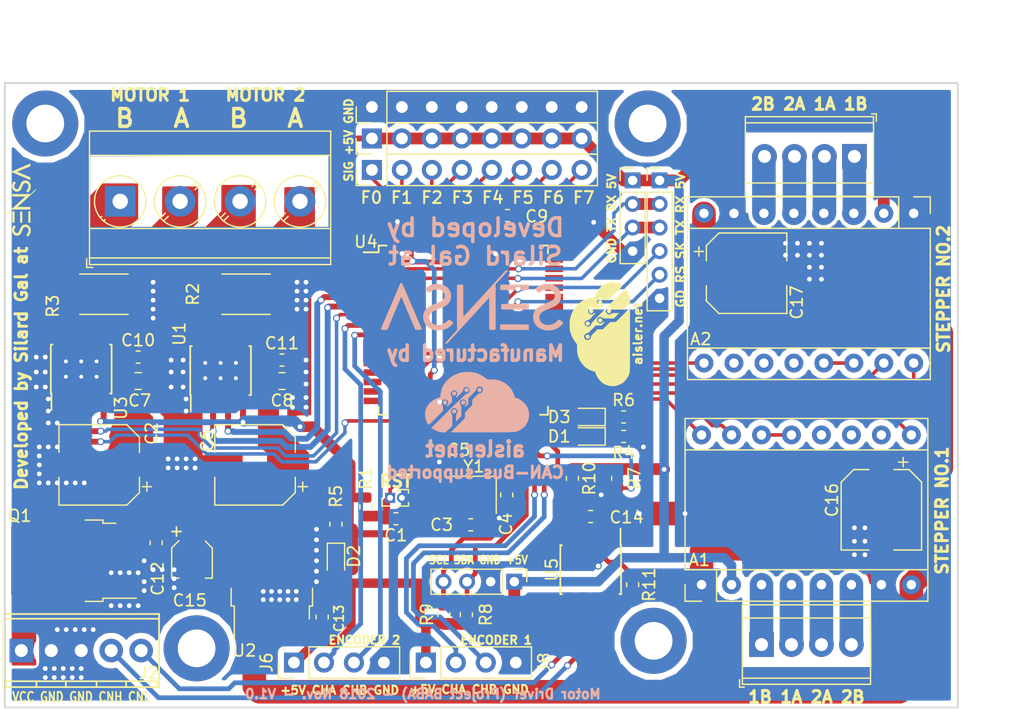
<source format=kicad_pcb>
(kicad_pcb (version 20171130) (host pcbnew 5.0.1-33cea8e~66~ubuntu18.04.1)
  (title_block (title "Stepper Driver") (date 2018-09-23) (rev 1.0) (company SENSA))
  (layers (0 F.Cu signal) (31 B.Cu signal) (34 B.Paste user) (35 F.Paste user) (36 B.SilkS user) (37 F.SilkS user) (38 B.Mask user) (39 F.Mask user) (44 Edge.Cuts user))
  (net 0 "")
  (net 1 GND)
  (net 2 +5V)
  (net 3 RESET)
  (net 4 SCK)
  (net 5 SDA)
  (net 6 SCL)
  (net 7 "Net-(D1-Pad1)")
  (net 8 XTAL2)
  (net 9 XTAL1)
  (net 10 "Net-(D2-Pad1)")
  (net 11 INPUT_VCC)
  (net 12 VCC)
  (net 13 "Net-(D3-Pad1)")
  (net 14 RXD0)
  (net 15 TXD0)
  (net 16 MTROUT_11)
  (net 17 MTROUT_12)
  (net 18 MTROUT_21)
  (net 19 MTROUT_22)
  (net 20 ENC2_B)
  (net 21 ENC2_A)
  (net 22 ENC1_A)
  (net 23 ENC1_B)
  (net 24 "Net-(R2-Pad1)")
  (net 25 "Net-(R3-Pad1)")
  (net 26 MTR11)
  (net 27 MTR12)
  (net 28 MTR22)
  (net 29 MTR21)
  (net 30 LED1)
  (net 31 LED2)
  (net 32 "Net-(C13-Pad1)")
  (net 33 CANH)
  (net 34 CANL)
  (net 35 F0)
  (net 36 F1)
  (net 37 F2)
  (net 38 F3)
  (net 39 F4)
  (net 40 F5)
  (net 41 F6)
  (net 42 F7)
  (net 43 CAN_TX)
  (net 44 CAN_RX)
  (net 45 "Net-(R11-Pad1)")
  (net 46 STP1_DIR)
  (net 47 STP1_STEP)
  (net 48 "Net-(A1-Pad13)")
  (net 49 "Net-(A1-Pad6)")
  (net 50 "Net-(A1-Pad5)")
  (net 51 "Net-(A1-Pad4)")
  (net 52 "Net-(A1-Pad3)")
  (net 53 STP1_ENABLE)
  (net 54 STP2_ENABLE)
  (net 55 "Net-(A2-Pad3)")
  (net 56 "Net-(A2-Pad4)")
  (net 57 "Net-(A2-Pad5)")
  (net 58 "Net-(A2-Pad13)")
  (net 59 "Net-(A2-Pad6)")
  (net 60 STP2_STEP)
  (net 61 STP2_DIR)
  (module Connector_PinHeader_2.54mm:PinHeader_1x04_P2.54mm_Vertical (layer F.Cu) (at 141.351 107.696 90)
    (fp_text reference J8 (at 0 10.033 90) (layer F.SilkS))
    (fp_text value ENCODER1)
    (pad 1 thru_hole rect (at 0 0 90) (size 1.7 1.7) (drill 1) (layers *.Cu *.Mask) (net 2 +5V))
    (pad 2 thru_hole oval (at 0 2.54 90) (size 1.7 1.7) (drill 1) (layers *.Cu *.Mask) (net 22 ENC1_A))
    (pad 3 thru_hole oval (at 0 5.08 90) (size 1.7 1.7) (drill 1) (layers *.Cu *.Mask) (net 23 ENC1_B))
    (pad 4 thru_hole oval (at 0 7.62 90) (size 1.7 1.7) (drill 1) (layers *.Cu *.Mask) (net 1 GND))
  )
  (module Package_TO_SOT_SMD:TO-252-2 (layer F.Cu) (at 128.2954 100.4316 90)
    (fp_text reference U2 (at -6.2484 -2.3114 180) (layer F.SilkS))
    (fp_text value L7805)
    (pad 1 smd rect (at -4.2 -2.28 90) (size 2.2 1.2) (layers F.Cu F.Paste F.Mask) (net 12 VCC))
    (pad 3 smd rect (at -4.2 2.28 90) (size 2.2 1.2) (layers F.Cu F.Paste F.Mask) (net 32 "Net-(C13-Pad1)"))
    (pad 2 smd rect (at 2.1 0 90) (size 6.4 5.8) (layers F.Cu F.Mask) (net 1 GND))
  )
  (module Capacitors_SMD:CP_Elec_3x5.3 (layer F.Cu) (at 121.539 98.806 270)
    (fp_text reference C15 (at 3.6195 0.2032) (layer F.SilkS))
    (fp_text value 100u hide)
    (fp_text user + (at -2.22 1.4 270) (layer F.SilkS))
    (pad 2 smd rect (at 1.5 0 270) (size 2.2 1.6) (layers F.Cu F.Paste F.Mask) (net 1 GND))
    (pad 1 smd rect (at -1.5 0 270) (size 2.2 1.6) (layers F.Cu F.Paste F.Mask) (net 12 VCC))
  )
  (module TerminalBlocks_Phoenix:TerminalBlock_Phoenix_MPT-2.54mm_5pol (layer F.Cu) (at 107.061 106.68)
    (fp_text reference J2 (at 10.795 1.905) (layer F.SilkS))
    (fp_text value Conn_01x05 hide)
    (pad 4 thru_hole oval (at 7.62 0 180) (size 1.99898 1.99898) (drill 1.09728) (layers *.Cu *.Mask) (net 33 CANH))
    (pad 1 thru_hole rect (at 0 0 180) (size 1.99898 1.99898) (drill 1.09728) (layers *.Cu *.Mask) (net 11 INPUT_VCC))
    (pad 2 thru_hole oval (at 2.54 0 180) (size 1.99898 1.99898) (drill 1.09728) (layers *.Cu *.Mask) (net 1 GND))
    (pad 3 thru_hole oval (at 5.08 0 180) (size 1.99898 1.99898) (drill 1.09728) (layers *.Cu *.Mask) (net 1 GND))
    (pad 5 thru_hole oval (at 10.16 0 180) (size 1.99898 1.99898) (drill 1.09728) (layers *.Cu *.Mask) (net 34 CANL))
  )
  (module Oscillators:Oscillator_SMD_Abracon_ASE-4pin_3.2x2.5mm (layer F.Cu) (at 145.415 93.472 180)
    (fp_text reference Y1 (at 0 2.413) (layer F.SilkS))
    (fp_text value OSCILLATOR-16MHZ)
    (pad 1 smd rect (at -1.05 0.825 180) (size 1.3 1.1) (layers F.Cu F.Paste F.Mask) (net 9 XTAL1))
    (pad 2 smd rect (at 1.05 0.825 180) (size 1.3 1.1) (layers F.Cu F.Paste F.Mask))
    (pad 3 smd rect (at 1.05 -0.825 180) (size 1.3 1.1) (layers F.Cu F.Paste F.Mask) (net 8 XTAL2))
    (pad 4 smd rect (at -1.05 -0.825 180) (size 1.3 1.1) (layers F.Cu F.Paste F.Mask))
  )
  (module Pin_Headers:Pin_Header_Straight_1x04_Pitch2.00mm (layer F.Cu) (at 158.877 66.802)
    (fp_text reference J3 hide)
    (fp_text value SERIAL hide)
    (pad 1 thru_hole rect (at 0 0) (size 1.35 1.35) (drill 0.8) (layers *.Cu *.Mask) (net 2 +5V))
    (pad 2 thru_hole oval (at 0 2) (size 1.35 1.35) (drill 0.8) (layers *.Cu *.Mask) (net 14 RXD0))
    (pad 3 thru_hole oval (at 0 4) (size 1.35 1.35) (drill 0.8) (layers *.Cu *.Mask) (net 15 TXD0))
    (pad 4 thru_hole oval (at 0 6) (size 1.35 1.35) (drill 0.8) (layers *.Cu *.Mask) (net 1 GND))
  )
  (module Mounting_Holes:MountingHole_3.2mm_M3_DIN965_Pad (layer F.Cu) (at 160.655 105.8545)
    (fp_text reference MK1 hide)
    (fp_text value Mounting_Hole)
    (pad 1 thru_hole circle (at 0 0) (size 5.6 5.6) (drill 3.2) (layers *.Cu *.Mask))
  )
  (module Mounting_Holes:MountingHole_3.2mm_M3_DIN965_Pad (layer F.Cu) (at 109.093 61.976)
    (fp_text reference MK2 hide)
    (fp_text value Mounting_Hole)
    (pad 1 thru_hole circle (at 0 0) (size 5.6 5.6) (drill 3.2) (layers *.Cu *.Mask))
  )
  (module Mounting_Holes:MountingHole_3.2mm_M3_DIN965_Pad (layer F.Cu) (at 160.147 61.976)
    (fp_text reference MK3 hide)
    (fp_text value Mounting_Hole)
    (pad 1 thru_hole circle (at 0 0) (size 5.6 5.6) (drill 3.2) (layers *.Cu *.Mask))
  )
  (module Mounting_Holes:MountingHole_3.2mm_M3_DIN965_Pad (layer F.Cu) (at 121.92 106.4895)
    (fp_text reference MK4 hide)
    (fp_text value Mounting_Hole)
    (pad 1 thru_hole circle (at 0 0) (size 5.6 5.6) (drill 3.2) (layers *.Cu *.Mask))
  )
  (module Pin_Headers:Pin_Header_Straight_1x04_Pitch2.00mm (layer F.Cu) (at 148.844 100.838 270)
    (fp_text reference J5 hide)
    (fp_text value I2C)
    (pad 4 thru_hole oval (at 0 6 270) (size 1.35 1.35) (drill 0.8) (layers *.Cu *.Mask) (net 6 SCL))
    (pad 3 thru_hole oval (at 0 4 270) (size 1.35 1.35) (drill 0.8) (layers *.Cu *.Mask) (net 5 SDA))
    (pad 2 thru_hole oval (at 0 2 270) (size 1.35 1.35) (drill 0.8) (layers *.Cu *.Mask) (net 1 GND))
    (pad 1 thru_hole rect (at 0 0 270) (size 1.35 1.35) (drill 0.8) (layers *.Cu *.Mask) (net 2 +5V))
  )
  (module Capacitor_SMD:CP_Elec_6.3x5.4 (layer F.Cu) (at 113.665 90.932 180)
    (fp_text reference C2 (at -4.445 2.667 270) (layer F.SilkS))
    (fp_text value 47u)
    (pad 2 smd rect (at 2.8 0 180) (size 3.5 1.6) (layers F.Cu F.Paste F.Mask) (net 1 GND))
    (pad 1 smd rect (at -2.8 0 180) (size 3.5 1.6) (layers F.Cu F.Paste F.Mask) (net 12 VCC))
  )
  (module Capacitor_SMD:CP_Elec_6.3x5.4 (layer F.Cu) (at 126.873 90.932 180)
    (fp_text reference C6 (at 4.064 2.032 270) (layer F.SilkS))
    (fp_text value 47u)
    (pad 1 smd rect (at -2.8 0 180) (size 3.5 1.6) (layers F.Cu F.Paste F.Mask) (net 12 VCC))
    (pad 2 smd rect (at 2.8 0 180) (size 3.5 1.6) (layers F.Cu F.Paste F.Mask) (net 1 GND))
  )
  (module Capacitor_SMD:C_0805_2012Metric (layer F.Cu) (at 116.967 83.82)
    (fp_text reference C7 (at 0.127 1.651) (layer F.SilkS))
    (fp_text value 10u)
    (pad 2 smd roundrect (at 0.9375 0) (size 0.975 1.4) (layers F.Cu F.Paste F.Mask) (net 1 GND))
    (pad 1 smd roundrect (at -0.9375 0) (size 0.975 1.4) (layers F.Cu F.Paste F.Mask) (net 12 VCC))
  )
  (module Capacitor_SMD:C_0805_2012Metric (layer F.Cu) (at 129.159 83.82)
    (fp_text reference C8 (at 0 1.651) (layer F.SilkS))
    (fp_text value 10u)
    (pad 1 smd roundrect (at -0.9375 0) (size 0.975 1.4) (layers F.Cu F.Paste F.Mask) (net 12 VCC))
    (pad 2 smd roundrect (at 0.9375 0) (size 0.975 1.4) (layers F.Cu F.Paste F.Mask) (net 1 GND))
  )
  (module Connector_PinHeader_2.00mm:PinHeader_1x06_P2.00mm_Vertical (layer F.Cu) (at 161.163 66.802)
    (fp_text reference J1 hide)
    (fp_text value Prog)
    (pad 1 thru_hole rect (at 0 0) (size 1.35 1.35) (drill 0.8) (layers *.Cu *.Mask) (net 2 +5V))
    (pad 2 thru_hole oval (at 0 2) (size 1.35 1.35) (drill 0.8) (layers *.Cu *.Mask) (net 14 RXD0))
    (pad 3 thru_hole oval (at 0 4) (size 1.35 1.35) (drill 0.8) (layers *.Cu *.Mask) (net 15 TXD0))
    (pad 4 thru_hole oval (at 0 6) (size 1.35 1.35) (drill 0.8) (layers *.Cu *.Mask) (net 4 SCK))
    (pad 5 thru_hole oval (at 0 8) (size 1.35 1.35) (drill 0.8) (layers *.Cu *.Mask) (net 3 RESET))
    (pad 6 thru_hole oval (at 0 10) (size 1.35 1.35) (drill 0.8) (layers *.Cu *.Mask) (net 1 GND))
  )
  (module TerminalBlock_Phoenix:TerminalBlock_Phoenix_MKDS-3-4-5.08_1x04_P5.08mm_Horizontal (layer F.Cu) (at 115.443 68.58)
    (fp_text reference J4 hide)
    (fp_text value MOTOROUTPUT)
    (pad 1 thru_hole rect (at 0 0) (size 2.6 2.6) (drill 1.3) (layers *.Cu *.Mask) (net 19 MTROUT_22))
    (pad 2 thru_hole circle (at 5.08 0) (size 2.6 2.6) (drill 1.3) (layers *.Cu *.Mask) (net 18 MTROUT_21))
    (pad 3 thru_hole circle (at 10.16 0) (size 2.6 2.6) (drill 1.3) (layers *.Cu *.Mask) (net 17 MTROUT_12))
    (pad 4 thru_hole circle (at 15.24 0) (size 2.6 2.6) (drill 1.3) (layers *.Cu *.Mask) (net 16 MTROUT_11))
  )
  (module Connector_PinHeader_2.54mm:PinHeader_1x04_P2.54mm_Vertical (layer F.Cu) (at 130.175 107.696 90)
    (fp_text reference J6 (at 0 -2.33 90) (layer F.SilkS))
    (fp_text value ENCODER2)
    (pad 4 thru_hole oval (at 0 7.62 90) (size 1.7 1.7) (drill 1) (layers *.Cu *.Mask) (net 1 GND))
    (pad 3 thru_hole oval (at 0 5.08 90) (size 1.7 1.7) (drill 1) (layers *.Cu *.Mask) (net 20 ENC2_B))
    (pad 2 thru_hole oval (at 0 2.54 90) (size 1.7 1.7) (drill 1) (layers *.Cu *.Mask) (net 21 ENC2_A))
    (pad 1 thru_hole rect (at 0 0 90) (size 1.7 1.7) (drill 1) (layers *.Cu *.Mask) (net 2 +5V))
  )
  (module Package_TO_SOT_SMD:TO-252-2 (layer F.Cu) (at 111.506 99.06 180)
    (fp_text reference Q1 (at 4.572 3.81 180) (layer F.SilkS))
    (fp_text value IPD068P03)
    (pad 1 smd rect (at -4.2 -2.28 180) (size 2.2 1.2) (layers F.Cu F.Paste F.Mask) (net 1 GND))
    (pad 3 smd rect (at -4.2 2.28 180) (size 2.2 1.2) (layers F.Cu F.Paste F.Mask) (net 12 VCC))
    (pad 2 smd rect (at 2.1 0 180) (size 6.4 5.8) (layers F.Cu F.Mask) (net 11 INPUT_VCC))
  )
  (module Resistor_SMD:R_2512_6332Metric (layer F.Cu) (at 126.111 76.454)
    (fp_text reference R2 (at -4.5085 0 90) (layer F.SilkS))
    (fp_text value 0.15/2W)
    (pad 2 smd roundrect (at 2.9 0) (size 1.35 3.35) (layers F.Cu F.Paste F.Mask) (roundrect_rratio 0.185185) (net 1 GND))
    (pad 1 smd roundrect (at -2.9 0) (size 1.35 3.35) (layers F.Cu F.Paste F.Mask) (roundrect_rratio 0.185185) (net 24 "Net-(R2-Pad1)"))
  )
  (module Resistor_SMD:R_2512_6332Metric (layer F.Cu) (at 114.067 76.454)
    (fp_text reference R3 (at -4.339 1.016 90) (layer F.SilkS))
    (fp_text value 0.15/2W)
    (pad 1 smd roundrect (at -2.9 0) (size 1.35 3.35) (layers F.Cu F.Paste F.Mask) (roundrect_rratio 0.185185) (net 25 "Net-(R3-Pad1)"))
    (pad 2 smd roundrect (at 2.9 0) (size 1.35 3.35) (layers F.Cu F.Paste F.Mask) (roundrect_rratio 0.185185) (net 1 GND))
  )
  (module Package_SO:Texas_HTSOP-8-1EP_3.9x4.9mm_P1.27mm_EP2.95x4.9mm_Mask2.4x3.1mm_ThermalVias (layer F.Cu) (at 123.952 82.931 90)
    (fp_text reference U1 (at 3.1115 -3.4925 90) (layer F.SilkS))
    (fp_text value DRV8870DDA)
    (pad 9 thru_hole circle (at 0.65 1.3 90) (size 0.63 0.63) (drill 0.33) (layers *.Cu *.Mask) (net 1 GND))
    (pad 9 thru_hole circle (at -0.65 1.3 90) (size 0.63 0.63) (drill 0.33) (layers *.Cu *.Mask) (net 1 GND))
    (pad 9 thru_hole circle (at 0.65 -1.3 90) (size 0.63 0.63) (drill 0.33) (layers *.Cu *.Mask) (net 1 GND))
    (pad 9 thru_hole circle (at 0.65 0 90) (size 0.63 0.63) (drill 0.33) (layers *.Cu *.Mask) (net 1 GND))
    (pad 9 thru_hole circle (at -0.65 0 90) (size 0.63 0.63) (drill 0.33) (layers *.Cu *.Mask) (net 1 GND))
    (pad 9 thru_hole circle (at -0.65 -1.3 90) (size 0.63 0.63) (drill 0.33) (layers *.Cu *.Mask) (net 1 GND))
    (pad 9 smd rect (at 0 0 90) (size 2.95 4.9) (layers F.Cu) (net 1 GND))
    (pad 8 smd rect (at 2.875 -1.905 90) (size 2.2 0.5) (layers F.Cu F.Paste F.Mask) (net 17 MTROUT_12))
    (pad 7 smd rect (at 2.875 -0.635 90) (size 2.2 0.5) (layers F.Cu F.Paste F.Mask) (net 24 "Net-(R2-Pad1)"))
    (pad 6 smd rect (at 2.875 0.635 90) (size 2.2 0.5) (layers F.Cu F.Paste F.Mask) (net 16 MTROUT_11))
    (pad 5 smd rect (at 2.875 1.905 90) (size 2.2 0.5) (layers F.Cu F.Paste F.Mask) (net 12 VCC))
    (pad 4 smd rect (at -2.875 1.905 90) (size 2.2 0.5) (layers F.Cu F.Paste F.Mask) (net 2 +5V))
    (pad 3 smd rect (at -2.875 0.635 90) (size 2.2 0.5) (layers F.Cu F.Paste F.Mask) (net 26 MTR11))
    (pad 2 smd rect (at -2.875 -0.635 90) (size 2.2 0.5) (layers F.Cu F.Paste F.Mask) (net 27 MTR12))
    (pad 1 smd rect (at -2.875 -1.905 90) (size 2.2 0.5) (layers F.Cu F.Paste F.Mask) (net 1 GND))
    (pad 9 smd rect (at 0 0 90) (size 2.6 3.3) (layers B.Cu) (net 1 GND))
  )
  (module Package_SO:Texas_HTSOP-8-1EP_3.9x4.9mm_P1.27mm_EP2.95x4.9mm_Mask2.4x3.1mm_ThermalVias (layer F.Cu) (at 112.141 82.804 90)
    (fp_text reference U3 (at -3.302 3.3655 90) (layer F.SilkS))
    (fp_text value DRV8870DDA)
    (pad 9 smd rect (at 0 0 90) (size 2.6 3.3) (layers B.Cu) (net 1 GND))
    (pad 1 smd rect (at -2.875 -1.905 90) (size 2.2 0.5) (layers F.Cu F.Paste F.Mask) (net 1 GND))
    (pad 2 smd rect (at -2.875 -0.635 90) (size 2.2 0.5) (layers F.Cu F.Paste F.Mask) (net 28 MTR22))
    (pad 3 smd rect (at -2.875 0.635 90) (size 2.2 0.5) (layers F.Cu F.Paste F.Mask) (net 29 MTR21))
    (pad 4 smd rect (at -2.875 1.905 90) (size 2.2 0.5) (layers F.Cu F.Paste F.Mask) (net 2 +5V))
    (pad 5 smd rect (at 2.875 1.905 90) (size 2.2 0.5) (layers F.Cu F.Paste F.Mask) (net 12 VCC))
    (pad 6 smd rect (at 2.875 0.635 90) (size 2.2 0.5) (layers F.Cu F.Paste F.Mask) (net 18 MTROUT_21))
    (pad 7 smd rect (at 2.875 -0.635 90) (size 2.2 0.5) (layers F.Cu F.Paste F.Mask) (net 25 "Net-(R3-Pad1)"))
    (pad 8 smd rect (at 2.875 -1.905 90) (size 2.2 0.5) (layers F.Cu F.Paste F.Mask) (net 19 MTROUT_22))
    (pad 9 smd rect (at 0 0 90) (size 2.95 4.9) (layers F.Cu) (net 1 GND))
    (pad 9 thru_hole circle (at -0.65 -1.3 90) (size 0.63 0.63) (drill 0.33) (layers *.Cu *.Mask) (net 1 GND))
    (pad 9 thru_hole circle (at -0.65 0 90) (size 0.63 0.63) (drill 0.33) (layers *.Cu *.Mask) (net 1 GND))
    (pad 9 thru_hole circle (at 0.65 0 90) (size 0.63 0.63) (drill 0.33) (layers *.Cu *.Mask) (net 1 GND))
    (pad 9 thru_hole circle (at 0.65 -1.3 90) (size 0.63 0.63) (drill 0.33) (layers *.Cu *.Mask) (net 1 GND))
    (pad 9 thru_hole circle (at -0.65 1.3 90) (size 0.63 0.63) (drill 0.33) (layers *.Cu *.Mask) (net 1 GND))
    (pad 9 thru_hole circle (at 0.65 1.3 90) (size 0.63 0.63) (drill 0.33) (layers *.Cu *.Mask) (net 1 GND))
  )
  (module Package_QFP:TQFP-64_14x14mm_P0.8mm (layer F.Cu) (at 144.526 79.502)
    (fp_text reference U4 (at -8.255 -7.493) (layer F.SilkS))
    (fp_text value AT90CAN128-16AU)
    (pad 1 smd rect (at -7.7 -6) (size 1.5 0.55) (layers F.Cu F.Paste F.Mask))
    (pad 2 smd rect (at -7.7 -5.2) (size 1.5 0.55) (layers F.Cu F.Paste F.Mask) (net 14 RXD0))
    (pad 3 smd rect (at -7.7 -4.4) (size 1.5 0.55) (layers F.Cu F.Paste F.Mask) (net 15 TXD0))
    (pad 4 smd rect (at -7.7 -3.6) (size 1.5 0.55) (layers F.Cu F.Paste F.Mask))
    (pad 5 smd rect (at -7.7 -2.8) (size 1.5 0.55) (layers F.Cu F.Paste F.Mask) (net 26 MTR11))
    (pad 6 smd rect (at -7.7 -2) (size 1.5 0.55) (layers F.Cu F.Paste F.Mask) (net 27 MTR12))
    (pad 7 smd rect (at -7.7 -1.2) (size 1.5 0.55) (layers F.Cu F.Paste F.Mask) (net 29 MTR21))
    (pad 8 smd rect (at -7.7 -0.4) (size 1.5 0.55) (layers F.Cu F.Paste F.Mask) (net 21 ENC2_A))
    (pad 9 smd rect (at -7.7 0.4) (size 1.5 0.55) (layers F.Cu F.Paste F.Mask) (net 20 ENC2_B))
    (pad 10 smd rect (at -7.7 1.2) (size 1.5 0.55) (layers F.Cu F.Paste F.Mask))
    (pad 11 smd rect (at -7.7 2) (size 1.5 0.55) (layers F.Cu F.Paste F.Mask) (net 4 SCK))
    (pad 12 smd rect (at -7.7 2.8) (size 1.5 0.55) (layers F.Cu F.Paste F.Mask))
    (pad 13 smd rect (at -7.7 3.6) (size 1.5 0.55) (layers F.Cu F.Paste F.Mask))
    (pad 14 smd rect (at -7.7 4.4) (size 1.5 0.55) (layers F.Cu F.Paste F.Mask))
    (pad 15 smd rect (at -7.7 5.2) (size 1.5 0.55) (layers F.Cu F.Paste F.Mask))
    (pad 16 smd rect (at -7.7 6) (size 1.5 0.55) (layers F.Cu F.Paste F.Mask))
    (pad 17 smd rect (at -6 7.7 90) (size 1.5 0.55) (layers F.Cu F.Paste F.Mask) (net 28 MTR22))
    (pad 18 smd rect (at -5.2 7.7 90) (size 1.5 0.55) (layers F.Cu F.Paste F.Mask))
    (pad 19 smd rect (at -4.4 7.7 90) (size 1.5 0.55) (layers F.Cu F.Paste F.Mask))
    (pad 20 smd rect (at -3.6 7.7 90) (size 1.5 0.55) (layers F.Cu F.Paste F.Mask) (net 3 RESET))
    (pad 21 smd rect (at -2.8 7.7 90) (size 1.5 0.55) (layers F.Cu F.Paste F.Mask) (net 2 +5V))
    (pad 22 smd rect (at -2 7.7 90) (size 1.5 0.55) (layers F.Cu F.Paste F.Mask) (net 1 GND))
    (pad 23 smd rect (at -1.2 7.7 90) (size 1.5 0.55) (layers F.Cu F.Paste F.Mask) (net 8 XTAL2))
    (pad 24 smd rect (at -0.4 7.7 90) (size 1.5 0.55) (layers F.Cu F.Paste F.Mask) (net 9 XTAL1))
    (pad 25 smd rect (at 0.4 7.7 90) (size 1.5 0.55) (layers F.Cu F.Paste F.Mask) (net 6 SCL))
    (pad 26 smd rect (at 1.2 7.7 90) (size 1.5 0.55) (layers F.Cu F.Paste F.Mask) (net 5 SDA))
    (pad 27 smd rect (at 2 7.7 90) (size 1.5 0.55) (layers F.Cu F.Paste F.Mask) (net 22 ENC1_A))
    (pad 28 smd rect (at 2.8 7.7 90) (size 1.5 0.55) (layers F.Cu F.Paste F.Mask) (net 23 ENC1_B))
    (pad 29 smd rect (at 3.6 7.7 90) (size 1.5 0.55) (layers F.Cu F.Paste F.Mask))
    (pad 30 smd rect (at 4.4 7.7 90) (size 1.5 0.55) (layers F.Cu F.Paste F.Mask) (net 43 CAN_TX))
    (pad 31 smd rect (at 5.2 7.7 90) (size 1.5 0.55) (layers F.Cu F.Paste F.Mask) (net 44 CAN_RX))
    (pad 32 smd rect (at 6 7.7 90) (size 1.5 0.55) (layers F.Cu F.Paste F.Mask))
    (pad 33 smd rect (at 7.7 6) (size 1.5 0.55) (layers F.Cu F.Paste F.Mask) (net 30 LED1))
    (pad 34 smd rect (at 7.7 5.2) (size 1.5 0.55) (layers F.Cu F.Paste F.Mask) (net 31 LED2))
    (pad 35 smd rect (at 7.7 4.4) (size 1.5 0.55) (layers F.Cu F.Paste F.Mask) (net 46 STP1_DIR))
    (pad 36 smd rect (at 7.7 3.6) (size 1.5 0.55) (layers F.Cu F.Paste F.Mask) (net 47 STP1_STEP))
    (pad 37 smd rect (at 7.7 2.8) (size 1.5 0.55) (layers F.Cu F.Paste F.Mask) (net 53 STP1_ENABLE))
    (pad 38 smd rect (at 7.7 2) (size 1.5 0.55) (layers F.Cu F.Paste F.Mask) (net 61 STP2_DIR))
    (pad 39 smd rect (at 7.7 1.2) (size 1.5 0.55) (layers F.Cu F.Paste F.Mask) (net 60 STP2_STEP))
    (pad 40 smd rect (at 7.7 0.4) (size 1.5 0.55) (layers F.Cu F.Paste F.Mask) (net 54 STP2_ENABLE))
    (pad 41 smd rect (at 7.7 -0.4) (size 1.5 0.55) (layers F.Cu F.Paste F.Mask))
    (pad 42 smd rect (at 7.7 -1.2) (size 1.5 0.55) (layers F.Cu F.Paste F.Mask))
    (pad 43 smd rect (at 7.7 -2) (size 1.5 0.55) (layers F.Cu F.Paste F.Mask))
    (pad 44 smd rect (at 7.7 -2.8) (size 1.5 0.55) (layers F.Cu F.Paste F.Mask))
    (pad 45 smd rect (at 7.7 -3.6) (size 1.5 0.55) (layers F.Cu F.Paste F.Mask))
    (pad 46 smd rect (at 7.7 -4.4) (size 1.5 0.55) (layers F.Cu F.Paste F.Mask))
    (pad 47 smd rect (at 7.7 -5.2) (size 1.5 0.55) (layers F.Cu F.Paste F.Mask))
    (pad 48 smd rect (at 7.7 -6) (size 1.5 0.55) (layers F.Cu F.Paste F.Mask))
    (pad 49 smd rect (at 6 -7.7 90) (size 1.5 0.55) (layers F.Cu F.Paste F.Mask))
    (pad 50 smd rect (at 5.2 -7.7 90) (size 1.5 0.55) (layers F.Cu F.Paste F.Mask))
    (pad 51 smd rect (at 4.4 -7.7 90) (size 1.5 0.55) (layers F.Cu F.Paste F.Mask))
    (pad 52 smd rect (at 3.6 -7.7 90) (size 1.5 0.55) (layers F.Cu F.Paste F.Mask) (net 2 +5V))
    (pad 53 smd rect (at 2.8 -7.7 90) (size 1.5 0.55) (layers F.Cu F.Paste F.Mask) (net 1 GND))
    (pad 54 smd rect (at 2 -7.7 90) (size 1.5 0.55) (layers F.Cu F.Paste F.Mask) (net 42 F7))
    (pad 55 smd rect (at 1.2 -7.7 90) (size 1.5 0.55) (layers F.Cu F.Paste F.Mask) (net 41 F6))
    (pad 56 smd rect (at 0.4 -7.7 90) (size 1.5 0.55) (layers F.Cu F.Paste F.Mask) (net 40 F5))
    (pad 57 smd rect (at -0.4 -7.7 90) (size 1.5 0.55) (layers F.Cu F.Paste F.Mask) (net 39 F4))
    (pad 58 smd rect (at -1.2 -7.7 90) (size 1.5 0.55) (layers F.Cu F.Paste F.Mask) (net 38 F3))
    (pad 59 smd rect (at -2 -7.7 90) (size 1.5 0.55) (layers F.Cu F.Paste F.Mask) (net 37 F2))
    (pad 60 smd rect (at -2.8 -7.7 90) (size 1.5 0.55) (layers F.Cu F.Paste F.Mask) (net 36 F1))
    (pad 61 smd rect (at -3.6 -7.7 90) (size 1.5 0.55) (layers F.Cu F.Paste F.Mask) (net 35 F0))
    (pad 62 smd rect (at -4.4 -7.7 90) (size 1.5 0.55) (layers F.Cu F.Paste F.Mask) (net 2 +5V))
    (pad 63 smd rect (at -5.2 -7.7 90) (size 1.5 0.55) (layers F.Cu F.Paste F.Mask) (net 1 GND))
    (pad 64 smd rect (at -6 -7.7 90) (size 1.5 0.55) (layers F.Cu F.Paste F.Mask) (net 2 +5V))
  )
  (module Capacitor_SMD:C_0603_1608Metric (layer F.Cu) (at 138.811 95.504)
    (fp_text reference C1 (at 0 1.397) (layer F.SilkS))
    (fp_text value 100n)
    (pad 1 smd roundrect (at -0.7875 0) (size 0.875 0.95) (layers F.Cu F.Paste F.Mask) (net 3 RESET))
    (pad 2 smd roundrect (at 0.7875 0) (size 0.875 0.95) (layers F.Cu F.Paste F.Mask) (net 1 GND))
  )
  (module Capacitor_SMD:C_0603_1608Metric (layer F.Cu) (at 145.161 96.012)
    (fp_text reference C3 (at -2.4765 0) (layer F.SilkS))
    (fp_text value 22p)
    (pad 1 smd roundrect (at -0.7875 0) (size 0.875 0.95) (layers F.Cu F.Paste F.Mask) (net 8 XTAL2))
    (pad 2 smd roundrect (at 0.7875 0) (size 0.875 0.95) (layers F.Cu F.Paste F.Mask) (net 1 GND))
  )
  (module Capacitor_SMD:C_0603_1608Metric (layer F.Cu) (at 148.209 93.472 270)
    (fp_text reference C4 (at 2.4765 0.0635 270) (layer F.SilkS))
    (fp_text value 22p)
    (pad 2 smd roundrect (at 0.7875 0 270) (size 0.875 0.95) (layers F.Cu F.Paste F.Mask) (net 1 GND))
    (pad 1 smd roundrect (at -0.7875 0 270) (size 0.875 0.95) (layers F.Cu F.Paste F.Mask) (net 9 XTAL1))
  )
  (module Capacitor_SMD:C_0603_1608Metric (layer F.Cu) (at 141.732 89.662)
    (fp_text reference C5 (at 2.413 0) (layer F.SilkS))
    (fp_text value 100n)
    (pad 2 smd roundrect (at 0.7875 0) (size 0.875 0.95) (layers F.Cu F.Paste F.Mask) (net 1 GND))
    (pad 1 smd roundrect (at -0.7875 0) (size 0.875 0.95) (layers F.Cu F.Paste F.Mask) (net 2 +5V))
  )
  (module Capacitor_SMD:C_0603_1608Metric (layer F.Cu) (at 148.2725 69.7865 180)
    (fp_text reference C9 (at -2.4765 -0.0635 180) (layer F.SilkS))
    (fp_text value 100n)
    (pad 2 smd roundrect (at 0.7875 0 180) (size 0.875 0.95) (layers F.Cu F.Paste F.Mask) (net 1 GND))
    (pad 1 smd roundrect (at -0.7875 0 180) (size 0.875 0.95) (layers F.Cu F.Paste F.Mask) (net 2 +5V))
  )
  (module Capacitor_SMD:C_0603_1608Metric (layer F.Cu) (at 118.491 97.536 270)
    (fp_text reference C12 (at 3.048 -0.127 270) (layer F.SilkS))
    (fp_text value 0.33u)
    (pad 1 smd roundrect (at -0.7875 0 270) (size 0.875 0.95) (layers F.Cu F.Paste F.Mask) (net 12 VCC))
    (pad 2 smd roundrect (at 0.7875 0 270) (size 0.875 0.95) (layers F.Cu F.Paste F.Mask) (net 1 GND))
  )
  (module Capacitor_SMD:C_0603_1608Metric (layer F.Cu) (at 132.5626 103.8352 90)
    (fp_text reference C13 (at -0.1143 1.4224 270) (layer F.SilkS) (effects (font (size 0.8 0.8))))
    (fp_text value 0.1u)
    (pad 1 smd roundrect (at -0.7875 0 90) (size 0.875 0.95) (layers F.Cu F.Paste F.Mask) (net 32 "Net-(C13-Pad1)"))
    (pad 2 smd roundrect (at 0.7875 0 90) (size 0.875 0.95) (layers F.Cu F.Paste F.Mask) (net 1 GND))
  )
  (module Resistor_SMD:R_0603_1608Metric (layer F.Cu) (at 136.271 94.488 270)
    (fp_text reference R1 (at -2.413 0 270) (layer F.SilkS))
    (fp_text value 10K)
    (pad 1 smd roundrect (at -0.7875 0 270) (size 0.875 0.95) (layers F.Cu F.Paste F.Mask) (net 2 +5V))
    (pad 2 smd roundrect (at 0.7875 0 270) (size 0.875 0.95) (layers F.Cu F.Paste F.Mask) (net 3 RESET))
  )
  (module Resistor_SMD:R_0603_1608Metric (layer F.Cu) (at 158.115 88.519)
    (fp_text reference R4 (at 0 1.397) (layer F.SilkS))
    (fp_text value 330)
    (pad 2 smd roundrect (at 0.7875 0) (size 0.875 0.95) (layers F.Cu F.Paste F.Mask) (net 1 GND))
    (pad 1 smd roundrect (at -0.7875 0) (size 0.875 0.95) (layers F.Cu F.Paste F.Mask) (net 7 "Net-(D1-Pad1)"))
  )
  (module Resistor_SMD:R_0603_1608Metric (layer F.Cu) (at 133.731 95.9612 90)
    (fp_text reference R5 (at 2.3622 0 90) (layer F.SilkS))
    (fp_text value 330)
    (pad 1 smd roundrect (at -0.7875 0 90) (size 0.875 0.95) (layers F.Cu F.Paste F.Mask) (net 10 "Net-(D2-Pad1)"))
    (pad 2 smd roundrect (at 0.7875 0 90) (size 0.875 0.95) (layers F.Cu F.Paste F.Mask) (net 1 GND))
  )
  (module Resistor_SMD:R_0603_1608Metric (layer F.Cu) (at 158.115 86.868)
    (fp_text reference R6 (at 0 -1.43) (layer F.SilkS))
    (fp_text value 330)
    (pad 1 smd roundrect (at -0.7875 0) (size 0.875 0.95) (layers F.Cu F.Paste F.Mask) (net 13 "Net-(D3-Pad1)"))
    (pad 2 smd roundrect (at 0.7875 0) (size 0.875 0.95) (layers F.Cu F.Paste F.Mask) (net 1 GND))
  )
  (module Resistor_SMD:R_0603_1608Metric (layer F.Cu) (at 144.78 103.632 90)
    (fp_text reference R8 (at 0 1.651 90) (layer F.SilkS))
    (fp_text value 10K)
    (pad 1 smd roundrect (at -0.7875 0 90) (size 0.875 0.95) (layers F.Cu F.Paste F.Mask) (net 2 +5V))
    (pad 2 smd roundrect (at 0.7875 0 90) (size 0.875 0.95) (layers F.Cu F.Paste F.Mask) (net 5 SDA))
  )
  (module Resistor_SMD:R_0603_1608Metric (layer F.Cu) (at 142.875 103.632 90)
    (fp_text reference R9 (at 0 -1.43 90) (layer F.SilkS))
    (fp_text value 10K)
    (pad 2 smd roundrect (at 0.7875 0 90) (size 0.875 0.95) (layers F.Cu F.Paste F.Mask) (net 6 SCL))
    (pad 1 smd roundrect (at -0.7875 0 90) (size 0.875 0.95) (layers F.Cu F.Paste F.Mask) (net 2 +5V))
  )
  (module LED_SMD:LED_0603_1608Metric (layer F.Cu) (at 155.067 88.519 180)
    (fp_text reference D1 (at 2.413 0 180) (layer F.SilkS))
    (fp_text value LED1)
    (pad 1 smd roundrect (at -0.7875 0 180) (size 0.875 0.95) (layers F.Cu F.Paste F.Mask) (net 7 "Net-(D1-Pad1)"))
    (pad 2 smd roundrect (at 0.7875 0 180) (size 0.875 0.95) (layers F.Cu F.Paste F.Mask) (net 30 LED1))
  )
  (module LED_SMD:LED_0603_1608Metric (layer F.Cu) (at 133.731 99.06 270)
    (fp_text reference D2 (at -0.381 -1.524 270) (layer F.SilkS))
    (fp_text value LED)
    (pad 2 smd roundrect (at 0.7875 0 270) (size 0.875 0.95) (layers F.Cu F.Paste F.Mask) (net 2 +5V))
    (pad 1 smd roundrect (at -0.7875 0 270) (size 0.875 0.95) (layers F.Cu F.Paste F.Mask) (net 10 "Net-(D2-Pad1)"))
  )
  (module LED_SMD:LED_0603_1608Metric (layer F.Cu) (at 155.067 86.868 180)
    (fp_text reference D3 (at 2.413 0 180) (layer F.SilkS))
    (fp_text value LED2)
    (pad 2 smd roundrect (at 0.7875 0 180) (size 0.875 0.95) (layers F.Cu F.Paste F.Mask) (net 31 LED2))
    (pad 1 smd roundrect (at -0.7875 0 180) (size 0.875 0.95) (layers F.Cu F.Paste F.Mask) (net 13 "Net-(D3-Pad1)"))
  )
  (module Capacitor_SMD:C_0603_1608Metric (layer F.Cu) (at 116.967 81.788)
    (fp_text reference C10 (at 0 -1.43) (layer F.SilkS))
    (fp_text value 0.1u)
    (pad 1 smd roundrect (at -0.7875 0) (size 0.875 0.95) (layers F.Cu F.Paste F.Mask) (net 12 VCC))
    (pad 2 smd roundrect (at 0.7875 0) (size 0.875 0.95) (layers F.Cu F.Paste F.Mask) (net 1 GND))
  )
  (module Capacitor_SMD:C_0603_1608Metric (layer F.Cu) (at 129.159 82.042)
    (fp_text reference C11 (at 0 -1.43) (layer F.SilkS))
    (fp_text value 0.1u)
    (pad 2 smd roundrect (at 0.7875 0) (size 0.875 0.95) (layers F.Cu F.Paste F.Mask) (net 1 GND))
    (pad 1 smd roundrect (at -0.7875 0) (size 0.875 0.95) (layers F.Cu F.Paste F.Mask) (net 12 VCC))
  )
  (module Capacitor_SMD:C_0603_1608Metric (layer F.Cu) (at 155.321 95.3135)
    (fp_text reference C14 (at 3.048 0.0635) (layer F.SilkS))
    (fp_text value 0.1u)
    (pad 1 smd roundrect (at -0.7875 0) (size 0.875 0.95) (layers F.Cu F.Paste F.Mask) (net 2 +5V))
    (pad 2 smd roundrect (at 0.7875 0) (size 0.875 0.95) (layers F.Cu F.Paste F.Mask) (net 1 GND))
  )
  (module Connector_PinHeader_2.54mm:PinHeader_1x08_P2.54mm_Vertical (layer F.Cu) (at 136.779 63.246 90)
    (fp_text reference J7 hide)
    (fp_text value perif_vcc)
    (pad 1 thru_hole rect (at 0 0 90) (size 1.7 1.7) (drill 1) (layers *.Cu *.Mask) (net 2 +5V))
    (pad 2 thru_hole oval (at 0 2.54 90) (size 1.7 1.7) (drill 1) (layers *.Cu *.Mask) (net 2 +5V))
    (pad 3 thru_hole oval (at 0 5.08 90) (size 1.7 1.7) (drill 1) (layers *.Cu *.Mask) (net 2 +5V))
    (pad 4 thru_hole oval (at 0 7.62 90) (size 1.7 1.7) (drill 1) (layers *.Cu *.Mask) (net 2 +5V))
    (pad 5 thru_hole oval (at 0 10.16 90) (size 1.7 1.7) (drill 1) (layers *.Cu *.Mask) (net 2 +5V))
    (pad 6 thru_hole oval (at 0 12.7 90) (size 1.7 1.7) (drill 1) (layers *.Cu *.Mask) (net 2 +5V))
    (pad 7 thru_hole oval (at 0 15.24 90) (size 1.7 1.7) (drill 1) (layers *.Cu *.Mask) (net 2 +5V))
    (pad 8 thru_hole oval (at 0 17.78 90) (size 1.7 1.7) (drill 1) (layers *.Cu *.Mask) (net 2 +5V))
  )
  (module Connector_PinHeader_2.54mm:PinHeader_1x08_P2.54mm_Vertical (layer F.Cu) (at 136.779 60.579 90)
    (fp_text reference J9 hide)
    (fp_text value perif_gnd)
    (pad 8 thru_hole oval (at 0 17.78 90) (size 1.7 1.7) (drill 1) (layers *.Cu *.Mask) (net 1 GND))
    (pad 7 thru_hole oval (at 0 15.24 90) (size 1.7 1.7) (drill 1) (layers *.Cu *.Mask) (net 1 GND))
    (pad 6 thru_hole oval (at 0 12.7 90) (size 1.7 1.7) (drill 1) (layers *.Cu *.Mask) (net 1 GND))
    (pad 5 thru_hole oval (at 0 10.16 90) (size 1.7 1.7) (drill 1) (layers *.Cu *.Mask) (net 1 GND))
    (pad 4 thru_hole oval (at 0 7.62 90) (size 1.7 1.7) (drill 1) (layers *.Cu *.Mask) (net 1 GND))
    (pad 3 thru_hole oval (at 0 5.08 90) (size 1.7 1.7) (drill 1) (layers *.Cu *.Mask) (net 1 GND))
    (pad 2 thru_hole oval (at 0 2.54 90) (size 1.7 1.7) (drill 1) (layers *.Cu *.Mask) (net 1 GND))
    (pad 1 thru_hole rect (at 0 0 90) (size 1.7 1.7) (drill 1) (layers *.Cu *.Mask) (net 1 GND))
  )
  (module Connector_PinHeader_2.54mm:PinHeader_1x08_P2.54mm_Vertical (layer F.Cu) (at 136.779 65.913 90)
    (fp_text reference J10 hide)
    (fp_text value perif_pins)
    (pad 1 thru_hole rect (at 0 0 90) (size 1.7 1.7) (drill 1) (layers *.Cu *.Mask) (net 35 F0))
    (pad 2 thru_hole oval (at 0 2.54 90) (size 1.7 1.7) (drill 1) (layers *.Cu *.Mask) (net 36 F1))
    (pad 3 thru_hole oval (at 0 5.08 90) (size 1.7 1.7) (drill 1) (layers *.Cu *.Mask) (net 37 F2))
    (pad 4 thru_hole oval (at 0 7.62 90) (size 1.7 1.7) (drill 1) (layers *.Cu *.Mask) (net 38 F3))
    (pad 5 thru_hole oval (at 0 10.16 90) (size 1.7 1.7) (drill 1) (layers *.Cu *.Mask) (net 39 F4))
    (pad 6 thru_hole oval (at 0 12.7 90) (size 1.7 1.7) (drill 1) (layers *.Cu *.Mask) (net 40 F5))
    (pad 7 thru_hole oval (at 0 15.24 90) (size 1.7 1.7) (drill 1) (layers *.Cu *.Mask) (net 41 F6))
    (pad 8 thru_hole oval (at 0 17.78 90) (size 1.7 1.7) (drill 1) (layers *.Cu *.Mask) (net 42 F7))
  )
  (module Resistor_SMD:R_0603_1608Metric (layer F.Cu) (at 157.607 92.075 270)
    (fp_text reference R7 (at 0 -1.43 270) (layer F.SilkS))
    (fp_text value 1K)
    (pad 2 smd roundrect (at 0.7875 0 270) (size 0.875 0.95) (layers F.Cu F.Paste F.Mask) (net 43 CAN_TX))
    (pad 1 smd roundrect (at -0.7875 0 270) (size 0.875 0.95) (layers F.Cu F.Paste F.Mask) (net 2 +5V))
  )
  (module Resistor_SMD:R_0603_1608Metric (layer F.Cu) (at 153.7716 92.075 270)
    (fp_text reference R10 (at 0 -1.43 270) (layer F.SilkS))
    (fp_text value 1K)
    (pad 1 smd roundrect (at -0.7875 0 270) (size 0.875 0.95) (layers F.Cu F.Paste F.Mask) (net 2 +5V))
    (pad 2 smd roundrect (at 0.7875 0 270) (size 0.875 0.95) (layers F.Cu F.Paste F.Mask) (net 44 CAN_RX))
  )
  (module Resistor_SMD:R_0603_1608Metric (layer F.Cu) (at 158.877 101.092 90)
    (fp_text reference R11 (at 0 1.397 90) (layer F.SilkS))
    (fp_text value 10K)
    (pad 1 smd roundrect (at -0.7875 0 90) (size 0.875 0.95) (layers F.Cu F.Paste F.Mask) (net 45 "Net-(R11-Pad1)"))
    (pad 2 smd roundrect (at 0.7875 0 90) (size 0.875 0.95) (layers F.Cu F.Paste F.Mask) (net 1 GND))
  )
  (module Resistor_SMD:R_0402_1005Metric (layer F.Cu) (at 133.731 101.6 270)
    (fp_text reference R12 hide)
    (fp_text value R)
    (pad 1 smd roundrect (at -0.485 0 270) (size 0.59 0.64) (layers F.Cu F.Paste F.Mask) (net 2 +5V))
    (pad 2 smd roundrect (at 0.485 0 270) (size 0.59 0.64) (layers F.Cu F.Paste F.Mask) (net 32 "Net-(C13-Pad1)"))
  )
  (module Package_SO:SOIC-8_3.9x4.9mm_P1.27mm (layer F.Cu) (at 155.321 99.822 270)
    (fp_text reference U5 (at 0 3.302 270) (layer F.SilkS))
    (fp_text value MCP2551-I-SN)
    (pad 1 smd rect (at -2.7 -1.905 270) (size 1.55 0.6) (layers F.Cu F.Paste F.Mask) (net 43 CAN_TX))
    (pad 2 smd rect (at -2.7 -0.635 270) (size 1.55 0.6) (layers F.Cu F.Paste F.Mask) (net 1 GND))
    (pad 3 smd rect (at -2.7 0.635 270) (size 1.55 0.6) (layers F.Cu F.Paste F.Mask) (net 2 +5V))
    (pad 4 smd rect (at -2.7 1.905 270) (size 1.55 0.6) (layers F.Cu F.Paste F.Mask) (net 44 CAN_RX))
    (pad 5 smd rect (at 2.7 1.905 270) (size 1.55 0.6) (layers F.Cu F.Paste F.Mask))
    (pad 6 smd rect (at 2.7 0.635 270) (size 1.55 0.6) (layers F.Cu F.Paste F.Mask) (net 34 CANL))
    (pad 7 smd rect (at 2.7 -0.635 270) (size 1.55 0.6) (layers F.Cu F.Paste F.Mask) (net 33 CANH))
    (pad 8 smd rect (at 2.7 -1.905 270) (size 1.55 0.6) (layers F.Cu F.Paste F.Mask) (net 45 "Net-(R11-Pad1)"))
  )
  (module Connector_PinHeader_1.00mm:PinHeader_1x02_P1.00mm_Vertical (layer F.Cu) (at 138.319 93.726 90)
    (fp_text reference SW1 hide)
    (fp_text value SW_DIP_x01)
    (pad 1 thru_hole rect (at 0 0 90) (size 0.85 0.85) (drill 0.5) (layers *.Cu *.Mask) (net 3 RESET))
    (pad 2 thru_hole oval (at 0 1 90) (size 0.85 0.85) (drill 0.5) (layers *.Cu *.Mask) (net 1 GND))
  )
  (module Module:Pololu_Breakout-16_15.2x20.3mm (layer F.Cu) (at 164.719 101.092 90)
    (fp_text reference A1 (at 2.0955 -0.1905 180) (layer F.SilkS))
    (fp_text value Pololu_Breakout_A4988)
    (pad 16 thru_hole oval (at 12.7 0 90) (size 1.6 1.6) (drill 0.8) (layers *.Cu *.Mask) (net 46 STP1_DIR))
    (pad 8 thru_hole oval (at 0 17.78 90) (size 1.6 1.6) (drill 0.8) (layers *.Cu *.Mask) (net 12 VCC))
    (pad 15 thru_hole oval (at 12.7 2.54 90) (size 1.6 1.6) (drill 0.8) (layers *.Cu *.Mask) (net 47 STP1_STEP))
    (pad 7 thru_hole oval (at 0 15.24 90) (size 1.6 1.6) (drill 0.8) (layers *.Cu *.Mask) (net 1 GND))
    (pad 14 thru_hole oval (at 12.7 5.08 90) (size 1.6 1.6) (drill 0.8) (layers *.Cu *.Mask) (net 48 "Net-(A1-Pad13)"))
    (pad 6 thru_hole oval (at 0 12.7 90) (size 1.6 1.6) (drill 0.8) (layers *.Cu *.Mask) (net 49 "Net-(A1-Pad6)"))
    (pad 13 thru_hole oval (at 12.7 7.62 90) (size 1.6 1.6) (drill 0.8) (layers *.Cu *.Mask) (net 48 "Net-(A1-Pad13)"))
    (pad 5 thru_hole oval (at 0 10.16 90) (size 1.6 1.6) (drill 0.8) (layers *.Cu *.Mask) (net 50 "Net-(A1-Pad5)"))
    (pad 12 thru_hole oval (at 12.7 10.16 90) (size 1.6 1.6) (drill 0.8) (layers *.Cu *.Mask))
    (pad 4 thru_hole oval (at 0 7.62 90) (size 1.6 1.6) (drill 0.8) (layers *.Cu *.Mask) (net 51 "Net-(A1-Pad4)"))
    (pad 11 thru_hole oval (at 12.7 12.7 90) (size 1.6 1.6) (drill 0.8) (layers *.Cu *.Mask))
    (pad 3 thru_hole oval (at 0 5.08 90) (size 1.6 1.6) (drill 0.8) (layers *.Cu *.Mask) (net 52 "Net-(A1-Pad3)"))
    (pad 10 thru_hole oval (at 12.7 15.24 90) (size 1.6 1.6) (drill 0.8) (layers *.Cu *.Mask))
    (pad 2 thru_hole oval (at 0 2.54 90) (size 1.6 1.6) (drill 0.8) (layers *.Cu *.Mask) (net 2 +5V))
    (pad 9 thru_hole oval (at 12.7 17.78 90) (size 1.6 1.6) (drill 0.8) (layers *.Cu *.Mask) (net 53 STP1_ENABLE))
    (pad 1 thru_hole rect (at 0 0 90) (size 1.6 1.6) (drill 0.8) (layers *.Cu *.Mask) (net 1 GND))
  )
  (module Module:Pololu_Breakout-16_15.2x20.3mm (layer F.Cu) (at 182.7022 69.596 270)
    (fp_text reference A2 (at 10.668 18.0467) (layer F.SilkS))
    (fp_text value Pololu_Breakout_A4988)
    (pad 1 thru_hole rect (at 0 0 270) (size 1.6 1.6) (drill 0.8) (layers *.Cu *.Mask) (net 1 GND))
    (pad 9 thru_hole oval (at 12.7 17.78 270) (size 1.6 1.6) (drill 0.8) (layers *.Cu *.Mask) (net 54 STP2_ENABLE))
    (pad 2 thru_hole oval (at 0 2.54 270) (size 1.6 1.6) (drill 0.8) (layers *.Cu *.Mask) (net 2 +5V))
    (pad 10 thru_hole oval (at 12.7 15.24 270) (size 1.6 1.6) (drill 0.8) (layers *.Cu *.Mask))
    (pad 3 thru_hole oval (at 0 5.08 270) (size 1.6 1.6) (drill 0.8) (layers *.Cu *.Mask) (net 55 "Net-(A2-Pad3)"))
    (pad 11 thru_hole oval (at 12.7 12.7 270) (size 1.6 1.6) (drill 0.8) (layers *.Cu *.Mask))
    (pad 4 thru_hole oval (at 0 7.62 270) (size 1.6 1.6) (drill 0.8) (layers *.Cu *.Mask) (net 56 "Net-(A2-Pad4)"))
    (pad 12 thru_hole oval (at 12.7 10.16 270) (size 1.6 1.6) (drill 0.8) (layers *.Cu *.Mask))
    (pad 5 thru_hole oval (at 0 10.16 270) (size 1.6 1.6) (drill 0.8) (layers *.Cu *.Mask) (net 57 "Net-(A2-Pad5)"))
    (pad 13 thru_hole oval (at 12.7 7.62 270) (size 1.6 1.6) (drill 0.8) (layers *.Cu *.Mask) (net 58 "Net-(A2-Pad13)"))
    (pad 6 thru_hole oval (at 0 12.7 270) (size 1.6 1.6) (drill 0.8) (layers *.Cu *.Mask) (net 59 "Net-(A2-Pad6)"))
    (pad 14 thru_hole oval (at 12.7 5.08 270) (size 1.6 1.6) (drill 0.8) (layers *.Cu *.Mask) (net 58 "Net-(A2-Pad13)"))
    (pad 7 thru_hole oval (at 0 15.24 270) (size 1.6 1.6) (drill 0.8) (layers *.Cu *.Mask) (net 1 GND))
    (pad 15 thru_hole oval (at 12.7 2.54 270) (size 1.6 1.6) (drill 0.8) (layers *.Cu *.Mask) (net 60 STP2_STEP))
    (pad 8 thru_hole oval (at 0 17.78 270) (size 1.6 1.6) (drill 0.8) (layers *.Cu *.Mask) (net 12 VCC))
    (pad 16 thru_hole oval (at 12.7 0 270) (size 1.6 1.6) (drill 0.8) (layers *.Cu *.Mask) (net 61 STP2_DIR))
  )
  (module Capacitor_SMD:CP_Elec_6.3x5.4 (layer F.Cu) (at 179.959 94.742 270)
    (fp_text reference C16 (at -0.8255 4.191 270) (layer F.SilkS))
    (fp_text value 47u)
    (pad 1 smd rect (at -2.8 0 270) (size 3.5 1.6) (layers F.Cu F.Paste F.Mask) (net 12 VCC))
    (pad 2 smd rect (at 2.8 0 270) (size 3.5 1.6) (layers F.Cu F.Paste F.Mask) (net 1 GND))
  )
  (module Capacitor_SMD:CP_Elec_6.3x5.4 (layer F.Cu) (at 168.535 74.676)
    (fp_text reference C17 (at 4.2485 2.4765 90) (layer F.SilkS))
    (fp_text value 47u)
    (pad 2 smd rect (at 2.8 0) (size 3.5 1.6) (layers F.Cu F.Paste F.Mask) (net 1 GND))
    (pad 1 smd rect (at -2.8 0) (size 3.5 1.6) (layers F.Cu F.Paste F.Mask) (net 12 VCC))
  )
  (module TerminalBlock_TE-Connectivity:TerminalBlock_TE_282834-4_1x04_P2.54mm_Horizontal (layer F.Cu) (at 169.799 106.172)
    (fp_text reference J11 hide)
    (fp_text value STEPPER1)
    (pad 4 thru_hole circle (at 7.62 0) (size 2.1 2.1) (drill 1.1) (layers *.Cu *.Mask) (net 49 "Net-(A1-Pad6)"))
    (pad 3 thru_hole circle (at 5.08 0) (size 2.1 2.1) (drill 1.1) (layers *.Cu *.Mask) (net 50 "Net-(A1-Pad5)"))
    (pad 2 thru_hole circle (at 2.54 0) (size 2.1 2.1) (drill 1.1) (layers *.Cu *.Mask) (net 51 "Net-(A1-Pad4)"))
    (pad 1 thru_hole rect (at 0 0) (size 2.1 2.1) (drill 1.1) (layers *.Cu *.Mask) (net 52 "Net-(A1-Pad3)"))
  )
  (module TerminalBlock_TE-Connectivity:TerminalBlock_TE_282834-4_1x04_P2.54mm_Horizontal (layer F.Cu) (at 177.673 64.77 180)
    (fp_text reference J12 hide)
    (fp_text value STEPPER2)
    (pad 1 thru_hole rect (at 0 0 180) (size 2.1 2.1) (drill 1.1) (layers *.Cu *.Mask) (net 55 "Net-(A2-Pad3)"))
    (pad 2 thru_hole circle (at 2.54 0 180) (size 2.1 2.1) (drill 1.1) (layers *.Cu *.Mask) (net 56 "Net-(A2-Pad4)"))
    (pad 3 thru_hole circle (at 5.08 0 180) (size 2.1 2.1) (drill 1.1) (layers *.Cu *.Mask) (net 57 "Net-(A2-Pad5)"))
    (pad 4 thru_hole circle (at 7.62 0 180) (size 2.1 2.1) (drill 1.1) (layers *.Cu *.Mask) (net 59 "Net-(A2-Pad6)"))
  )
  (module logos:AISLER_9x5 (layer F.Cu) (at 156.083 79.6925 90)
    (fp_text reference G*** hide)
    (fp_text value LOGO hide)
  )
  (module logos:SENSA_15x6 (layer B.Cu) (at 145.542 77.5335 180)
    (fp_text reference G*** hide)
    (fp_text value LOGO hide)
  )
  (module logos:AISLER_9x5 (layer B.Cu) (at 145.542 85.598 180)
    (fp_text reference G*** hide)
    (fp_text value LOGO hide)
  )
  (module logos:SENSA_6x3 (layer F.Cu) (at 107.061 68.58 90)
    (fp_text reference G*** hide)
    (fp_text value LOGO hide)
  )
  (gr_text "STEPPER NO.1\n" (at 185.1025 94.8055 90) (layer F.SilkS) (effects (font (size 1 1) (thickness 0.25))))
  (gr_text "STEPPER NO.2\n" (at 185.2295 76.0095 90) (layer F.SilkS) (effects (font (size 1 1) (thickness 0.25))))
  (gr_text "2B 2A 1A 1B" (at 173.863 60.325) (layer F.SilkS) (effects (font (size 1 1) (thickness 0.25))))
  (gr_text "1B 1A 2A 2B" (at 173.609 110.617) (layer F.SilkS) (effects (font (size 1 1) (thickness 0.25))))
  (gr_text aisler.net (at 159.3215 79.8195 90) (layer F.SilkS) (effects (font (size 0.7 0.75) (thickness 0.175))))
  (gr_line (start 186.436 111.506) (end 186.436 111.379) (layer Edge.Cuts) (width 0.15))
  (gr_line (start 186.309 111.506) (end 186.436 111.506) (layer Edge.Cuts) (width 0.15))
  (gr_line (start 105.664 111.506) (end 186.309 111.506) (layer Edge.Cuts) (width 0.15))
  (gr_line (start 186.436 58.547) (end 186.436 111.379) (layer Edge.Cuts) (width 0.15))
  (gr_line (start 105.664 58.547) (end 186.436 58.547) (layer Edge.Cuts) (width 0.15))
  (gr_line (start 105.664 58.547) (end 105.664 111.506) (layer Edge.Cuts) (width 0.15))
  (gr_text "SCL SDA GND +5V" (at 145.796 98.9965) (layer F.SilkS) (effects (font (size 0.7 0.6))))
  (gr_text "ENCODER 1" (at 147.32 105.791) (layer F.SilkS) (effects (font (size 0.7 0.7) (thickness 0.175))))
  (gr_text "ENCODER 2" (at 136.144 105.791) (layer F.SilkS) (effects (font (size 0.7 0.7) (thickness 0.175))))
  (gr_text "+5V CHA CHB GND" (at 145.034 109.982) (layer F.SilkS) (effects (font (size 0.7 0.7) (thickness 0.175))))
  (gr_text "+5V CHA CHB GND" (at 134.0485 110.0455) (layer F.SilkS) (effects (font (size 0.7 0.7) (thickness 0.175))))
  (gr_text "Motor Driver (Project BABA) - 2018 Nov. - V1.0" (at 141.097 110.363) (layer B.SilkS) (effects (font (size 0.8 0.8) (thickness 0.2)) (justify mirror)))
  (gr_text "CAN-Bus supported" (at 145.542 91.567) (layer B.SilkS) (effects (font (size 1 1) (thickness 0.25)) (justify mirror)))
  (gr_text aisler.net (at 145.542 89.5985) (layer B.SilkS) (effects (font (size 1.3 1.2) (thickness 0.3)) (justify mirror)))
  (gr_text "Manufactured by" (at 145.542 81.4705) (layer B.SilkS) (effects (font (size 1.3 1.2) (thickness 0.3)) (justify mirror)))
  (gr_text "Developed by\nSilard Gal at" (at 145.542 72.009) (layer B.SilkS) (effects (font (size 1.5 1.5) (thickness 0.3)) (justify mirror)))
  (gr_text "Developed by Silard Gal at " (at 107.061 82.3595 90) (layer F.SilkS) (effects (font (size 1 1) (thickness 0.25))))
  (gr_text "GD RS SK TX RX 5V" (at 162.941 71.882 90) (layer F.SilkS) (effects (font (size 0.7 0.75) (thickness 0.175))))
  (gr_text "GND TX RX 5V" (at 157.099 70.0405 90) (layer F.SilkS) (effects (font (size 0.7 0.7) (thickness 0.175))))
  (gr_text "F0 F1 F2 F3 F4 F5 F6 F7" (at 145.7325 68.2625) (layer F.SilkS) (effects (font (size 1 1) (thickness 0.175))))
  (gr_text "SIG +5V GND" (at 134.8105 63.373 90) (layer F.SilkS) (effects (font (size 0.7 0.7) (thickness 0.175))))
  (gr_text "MOTOR 2" (at 127.762 59.563) (layer F.SilkS) (effects (font (size 1 1) (thickness 0.25))))
  (gr_text "MOTOR 1" (at 117.983 59.563) (layer F.SilkS) (effects (font (size 1 1) (thickness 0.25))))
  (gr_text "B   A   B   A" (at 122.9995 61.5315) (layer F.SilkS) (effects (font (size 1.5 1.5) (thickness 0.3))))
  (gr_text "VCC GND GND CNH CNL" (at 112.141 110.617) (layer F.SilkS) (effects (font (size 0.8 0.65))))
  (gr_text RST (at 138.811 92.329) (layer F.SilkS) (effects (font (size 1 1) (thickness 0.25))))
  (via (at 159.4485 95.0595) (size 0.6) (drill 0.4) (layers F.Cu B.Cu) (net 0))
  (segment (start 159.3215 95.0595) (end 159.4485 95.0595) (width 2) (layer B.Cu) (net 0))
  (via (at 163.322 95.0595) (size 0.6) (drill 0.4) (layers F.Cu B.Cu) (net 0))
  (segment (start 159.4485 95.0595) (end 163.322 95.0595) (width 2) (layer F.Cu) (net 0))
  (segment (start 148.209 94.797) (end 148.209 94.2595) (width 0.4) (layer F.Cu) (net 1))
  (segment (start 145.9485 96.012) (end 146.994 96.012) (width 0.4) (layer F.Cu) (net 1))
  (segment (start 155.956 98.297) (end 156.845 99.186) (width 0.4) (layer F.Cu) (net 1))
  (segment (start 155.956 97.122) (end 155.956 98.297) (width 0.4) (layer F.Cu) (net 1))
  (segment (start 157.7585 99.186) (end 158.877 100.3045) (width 0.4) (layer F.Cu) (net 1))
  (segment (start 156.845 99.186) (end 157.7585 99.186) (width 0.4) (layer F.Cu) (net 1))
  (segment (start 142.526 89.6555) (end 142.5195 89.662) (width 0.4) (layer F.Cu) (net 1))
  (segment (start 142.526 87.202) (end 142.526 89.6555) (width 0.4) (layer F.Cu) (net 1))
  (segment (start 139.5985 94.0055) (end 139.319 93.726) (width 0.6) (layer F.Cu) (net 1))
  (segment (start 139.5985 95.504) (end 139.5985 94.0055) (width 0.6) (layer F.Cu) (net 1))
  (segment (start 142.5195 89.662) (end 142.5195 90.6525) (width 0.3) (layer F.Cu) (net 1))
  (via (at 142.494 90.678) (size 0.6) (drill 0.4) (layers F.Cu B.Cu) (net 1))
  (segment (start 142.5195 90.6525) (end 142.494 90.678) (width 0.3) (layer F.Cu) (net 1))
  (segment (start 147.326 69.9455) (end 147.485 69.7865) (width 0.3) (layer F.Cu) (net 1))
  (segment (start 147.326 71.802) (end 147.326 69.9455) (width 0.3) (layer F.Cu) (net 1))
  (via (at 138.938 70.2945) (size 0.6) (drill 0.4) (layers F.Cu B.Cu) (net 1))
  (segment (start 139.326 71.802) (end 139.326 70.6825) (width 0.4) (layer F.Cu) (net 1))
  (segment (start 139.326 70.6825) (end 138.938 70.2945) (width 0.4) (layer F.Cu) (net 1))
  (via (at 147.2565 73.0235) (size 0.6) (drill 0.4) (layers F.Cu B.Cu) (net 1))
  (segment (start 147.326 71.802) (end 147.326 72.954) (width 0.4) (layer F.Cu) (net 1))
  (segment (start 147.326 72.954) (end 147.2565 73.0235) (width 0.4) (layer F.Cu) (net 1))
  (segment (start 147.5655 95.4405) (end 148.209 94.797) (width 0.4) (layer F.Cu) (net 1))
  (via (at 147.5655 95.4405) (size 0.6) (drill 0.4) (layers F.Cu B.Cu) (net 1))
  (segment (start 146.994 96.012) (end 147.5655 95.4405) (width 0.4) (layer F.Cu) (net 1))
  (via (at 155.956 99.5045) (size 0.6) (drill 0.4) (layers F.Cu B.Cu) (net 1))
  (segment (start 155.956 97.122) (end 155.956 99.5045) (width 0.4) (layer F.Cu) (net 1))
  (via (at 110.109 104.902) (size 0.6) (drill 0.4) (layers F.Cu B.Cu) (net 1))
  (via (at 110.871 104.902) (size 0.6) (drill 0.4) (layers F.Cu B.Cu) (net 1))
  (via (at 111.633 104.902) (size 0.6) (drill 0.4) (layers F.Cu B.Cu) (net 1))
  (via (at 112.395 104.902) (size 0.6) (drill 0.4) (layers F.Cu B.Cu) (net 1))
  (via (at 113.157 104.902) (size 0.6) (drill 0.4) (layers F.Cu B.Cu) (net 1))
  (via (at 109.093 108.204) (size 0.6) (drill 0.4) (layers F.Cu B.Cu) (net 1))
  (via (at 109.855 108.204) (size 0.6) (drill 0.4) (layers F.Cu B.Cu) (net 1))
  (via (at 110.617 108.204) (size 0.6) (drill 0.4) (layers F.Cu B.Cu) (net 1))
  (via (at 111.379 108.204) (size 0.6) (drill 0.4) (layers F.Cu B.Cu) (net 1))
  (via (at 112.141 108.204) (size 0.6) (drill 0.4) (layers F.Cu B.Cu) (net 1))
  (via (at 109.093 108.966) (size 0.6) (drill 0.4) (layers F.Cu B.Cu) (net 1))
  (via (at 109.855 108.966) (size 0.6) (drill 0.4) (layers F.Cu B.Cu) (net 1))
  (via (at 110.617 108.966) (size 0.6) (drill 0.4) (layers F.Cu B.Cu) (net 1))
  (via (at 111.379 108.966) (size 0.6) (drill 0.4) (layers F.Cu B.Cu) (net 1))
  (via (at 112.141 108.966) (size 0.6) (drill 0.4) (layers F.Cu B.Cu) (net 1))
  (via (at 114.681 100.076) (size 0.6) (drill 0.4) (layers F.Cu B.Cu) (net 1))
  (via (at 115.443 100.076) (size 0.6) (drill 0.4) (layers F.Cu B.Cu) (net 1))
  (via (at 116.205 100.076) (size 0.6) (drill 0.4) (layers F.Cu B.Cu) (net 1))
  (via (at 116.967 100.076) (size 0.6) (drill 0.4) (layers F.Cu B.Cu) (net 1))
  (via (at 117.475 100.838) (size 0.6) (drill 0.4) (layers F.Cu B.Cu) (net 1))
  (via (at 117.475 101.6) (size 0.6) (drill 0.4) (layers F.Cu B.Cu) (net 1))
  (via (at 114.681 102.87) (size 0.6) (drill 0.4) (layers F.Cu B.Cu) (net 1))
  (via (at 115.443 102.87) (size 0.6) (drill 0.4) (layers F.Cu B.Cu) (net 1))
  (via (at 116.205 102.87) (size 0.6) (drill 0.4) (layers F.Cu B.Cu) (net 1))
  (via (at 116.967 102.87) (size 0.6) (drill 0.4) (layers F.Cu B.Cu) (net 1))
  (via (at 117.475 99.06) (size 0.6) (drill 0.4) (layers F.Cu B.Cu) (net 1))
  (via (at 118.237 99.822) (size 0.6) (drill 0.4) (layers F.Cu B.Cu) (net 1))
  (via (at 118.999 99.822) (size 0.6) (drill 0.4) (layers F.Cu B.Cu) (net 1))
  (via (at 120.015 99.822) (size 0.6) (drill 0.4) (layers F.Cu B.Cu) (net 1))
  (via (at 120.015 100.584) (size 0.6) (drill 0.4) (layers F.Cu B.Cu) (net 1))
  (via (at 120.015 101.346) (size 0.6) (drill 0.4) (layers F.Cu B.Cu) (net 1))
  (via (at 110.109 89.408) (size 0.6) (drill 0.4) (layers F.Cu B.Cu) (net 1))
  (via (at 109.347 89.408) (size 0.6) (drill 0.4) (layers F.Cu B.Cu) (net 1))
  (via (at 108.585 89.408) (size 0.6) (drill 0.4) (layers F.Cu B.Cu) (net 1))
  (via (at 108.585 90.17) (size 0.6) (drill 0.4) (layers F.Cu B.Cu) (net 1))
  (via (at 108.585 90.932) (size 0.6) (drill 0.4) (layers F.Cu B.Cu) (net 1))
  (via (at 108.585 91.694) (size 0.6) (drill 0.4) (layers F.Cu B.Cu) (net 1))
  (via (at 108.585 92.456) (size 0.6) (drill 0.4) (layers F.Cu B.Cu) (net 1))
  (via (at 109.347 92.456) (size 0.6) (drill 0.4) (layers F.Cu B.Cu) (net 1))
  (via (at 110.109 92.456) (size 0.6) (drill 0.4) (layers F.Cu B.Cu) (net 1))
  (via (at 110.871 92.456) (size 0.6) (drill 0.4) (layers F.Cu B.Cu) (net 1))
  (via (at 111.633 92.456) (size 0.6) (drill 0.4) (layers F.Cu B.Cu) (net 1))
  (via (at 112.395 92.456) (size 0.6) (drill 0.4) (layers F.Cu B.Cu) (net 1))
  (via (at 108.331 81.788) (size 0.6) (drill 0.4) (layers F.Cu B.Cu) (net 1))
  (via (at 109.093 81.788) (size 0.6) (drill 0.4) (layers F.Cu B.Cu) (net 1))
  (via (at 108.331 83.058) (size 0.6) (drill 0.4) (layers F.Cu B.Cu) (net 1))
  (via (at 109.093 83.058) (size 0.6) (drill 0.4) (layers F.Cu B.Cu) (net 1))
  (via (at 108.331 84.328) (size 0.6) (drill 0.4) (layers F.Cu B.Cu) (net 1))
  (via (at 109.093 84.328) (size 0.6) (drill 0.4) (layers F.Cu B.Cu) (net 1))
  (via (at 109.347 85.344) (size 0.6) (drill 0.4) (layers F.Cu B.Cu) (net 1))
  (via (at 109.347 86.36) (size 0.6) (drill 0.4) (layers F.Cu B.Cu) (net 1))
  (via (at 109.347 87.376) (size 0.6) (drill 0.4) (layers F.Cu B.Cu) (net 1))
  (via (at 110.109 87.376) (size 0.6) (drill 0.4) (layers F.Cu B.Cu) (net 1))
  (via (at 118.237 75.438) (size 0.6) (drill 0.4) (layers F.Cu B.Cu) (net 1))
  (via (at 118.237 76.2) (size 0.6) (drill 0.4) (layers F.Cu B.Cu) (net 1))
  (via (at 118.237 76.962) (size 0.6) (drill 0.4) (layers F.Cu B.Cu) (net 1))
  (via (at 118.237 77.724) (size 0.6) (drill 0.4) (layers F.Cu B.Cu) (net 1))
  (via (at 118.237 78.486) (size 0.6) (drill 0.4) (layers F.Cu B.Cu) (net 1))
  (via (at 120.777 82.042) (size 0.6) (drill 0.4) (layers F.Cu B.Cu) (net 1))
  (via (at 119.761 82.042) (size 0.6) (drill 0.4) (layers F.Cu B.Cu) (net 1))
  (via (at 119.761 83.058) (size 0.6) (drill 0.4) (layers F.Cu B.Cu) (net 1))
  (via (at 120.777 83.058) (size 0.6) (drill 0.4) (layers F.Cu B.Cu) (net 1))
  (via (at 119.761 84.328) (size 0.6) (drill 0.4) (layers F.Cu B.Cu) (net 1))
  (via (at 120.777 84.328) (size 0.6) (drill 0.4) (layers F.Cu B.Cu) (net 1))
  (via (at 121.031 85.344) (size 0.6) (drill 0.4) (layers F.Cu B.Cu) (net 1))
  (via (at 121.031 86.36) (size 0.6) (drill 0.4) (layers F.Cu B.Cu) (net 1))
  (via (at 121.793 90.424) (size 0.6) (drill 0.4) (layers F.Cu B.Cu) (net 1))
  (via (at 121.793 91.186) (size 0.6) (drill 0.4) (layers F.Cu B.Cu) (net 1))
  (via (at 121.031 90.424) (size 0.6) (drill 0.4) (layers F.Cu B.Cu) (net 1))
  (via (at 121.031 91.186) (size 0.6) (drill 0.4) (layers F.Cu B.Cu) (net 1))
  (via (at 130.429 75.438) (size 0.6) (drill 0.4) (layers F.Cu B.Cu) (net 1))
  (via (at 131.191 75.438) (size 0.6) (drill 0.4) (layers F.Cu B.Cu) (net 1))
  (via (at 130.429 76.2) (size 0.6) (drill 0.4) (layers F.Cu B.Cu) (net 1))
  (via (at 131.191 76.2) (size 0.6) (drill 0.4) (layers F.Cu B.Cu) (net 1))
  (via (at 130.429 76.962) (size 0.6) (drill 0.4) (layers F.Cu B.Cu) (net 1))
  (via (at 131.191 76.962) (size 0.6) (drill 0.4) (layers F.Cu B.Cu) (net 1))
  (via (at 130.429 77.724) (size 0.6) (drill 0.4) (layers F.Cu B.Cu) (net 1))
  (via (at 131.191 77.724) (size 0.6) (drill 0.4) (layers F.Cu B.Cu) (net 1))
  (via (at 131.191 82.042) (size 0.6) (drill 0.4) (layers F.Cu B.Cu) (net 1))
  (via (at 131.191 83.058) (size 0.6) (drill 0.4) (layers F.Cu B.Cu) (net 1))
  (via (at 131.191 84.074) (size 0.6) (drill 0.4) (layers F.Cu B.Cu) (net 1))
  (via (at 155.575 70.358) (size 0.6) (drill 0.4) (layers F.Cu B.Cu) (net 1))
  (segment (start 158.877 72.802) (end 158.019 72.802) (width 0.9) (layer F.Cu) (net 1))
  (segment (start 158.019 72.802) (end 155.575 70.358) (width 0.9) (layer F.Cu) (net 1))
  (segment (start 156.1085 96.9695) (end 155.956 97.122) (width 1) (layer F.Cu) (net 1))
  (segment (start 156.1085 95.3135) (end 156.1085 96.9695) (width 1) (layer F.Cu) (net 1))
  (via (at 156.21 93.472) (size 0.6) (drill 0.4) (layers F.Cu B.Cu) (net 1))
  (segment (start 156.1085 95.3135) (end 156.21 95.212) (width 1) (layer F.Cu) (net 1))
  (segment (start 156.21 95.212) (end 156.21 93.472) (width 1) (layer F.Cu) (net 1))
  (via (at 130.048 85.217) (size 0.6) (drill 0.4) (layers F.Cu B.Cu) (net 1))
  (via (at 131.191 85.217) (size 0.6) (drill 0.4) (layers F.Cu B.Cu) (net 1))
  (via (at 130.048 86.0425) (size 0.6) (drill 0.4) (layers F.Cu B.Cu) (net 1))
  (via (at 131.191 86.0425) (size 0.6) (drill 0.4) (layers F.Cu B.Cu) (net 1))
  (via (at 120.269 90.424) (size 0.6) (drill 0.4) (layers F.Cu B.Cu) (net 1))
  (via (at 120.269 91.186) (size 0.6) (drill 0.4) (layers F.Cu B.Cu) (net 1))
  (via (at 119.507 90.424) (size 0.6) (drill 0.4) (layers F.Cu B.Cu) (net 1))
  (via (at 119.507 91.186) (size 0.6) (drill 0.4) (layers F.Cu B.Cu) (net 1))
  (via (at 142.5194 85.598) (size 0.6) (drill 0.4) (layers F.Cu B.Cu) (net 1))
  (segment (start 142.526 87.202) (end 142.526 85.6046) (width 0.4) (layer F.Cu) (net 1))
  (segment (start 142.526 85.6046) (end 142.5194 85.598) (width 0.4) (layer F.Cu) (net 1))
  (via (at 139.319 72.9996) (size 0.6) (drill 0.4) (layers F.Cu B.Cu) (net 1))
  (segment (start 139.326 71.802) (end 139.326 72.9926) (width 0.4) (layer F.Cu) (net 1))
  (segment (start 139.326 72.9926) (end 139.319 72.9996) (width 0.4) (layer F.Cu) (net 1))
  (segment (start 158.9025 86.868) (end 158.9025 88.519) (width 0.4) (layer F.Cu) (net 1))
  (via (at 159.7914 89.408) (size 0.6) (drill 0.4) (layers F.Cu B.Cu) (net 1))
  (segment (start 158.9025 88.519) (end 158.9025 88.5191) (width 0.4) (layer F.Cu) (net 1))
  (segment (start 158.9025 88.5191) (end 159.7914 89.408) (width 0.4) (layer F.Cu) (net 1))
  (segment (start 131.4533 95.1737) (end 132.1054 95.1737) (width 0.9) (layer F.Cu) (net 1))
  (segment (start 133.731 95.1737) (end 131.4533 95.1737) (width 0.9) (layer F.Cu) (net 1))
  (segment (start 132.1054 95.1737) (end 128.2954 98.3316) (width 0.9) (layer F.Cu) (net 1))
  (via (at 132.08 97.282) (size 0.6) (drill 0.4) (layers F.Cu B.Cu) (net 1))
  (via (at 132.08 99.06) (size 0.6) (drill 0.4) (layers F.Cu B.Cu) (net 1))
  (via (at 132.08 100.838) (size 0.6) (drill 0.4) (layers F.Cu B.Cu) (net 1))
  (via (at 129.667 102.362) (size 0.6) (drill 0.4) (layers F.Cu B.Cu) (net 1))
  (segment (start 132.5626 102.5988) (end 128.2954 98.3316) (width 0.9) (layer F.Cu) (net 1))
  (segment (start 132.5626 103.0477) (end 132.5626 102.5988) (width 0.9) (layer F.Cu) (net 1))
  (segment (start 167.4622 70.8032) (end 171.335 74.676) (width 2) (layer F.Cu) (net 1))
  (segment (start 167.4622 69.596) (end 167.4622 70.8032) (width 2) (layer F.Cu) (net 1))
  (segment (start 179.959 101.092) (end 179.959 97.542) (width 1) (layer F.Cu) (net 1))
  (via (at 177.673 96.266) (size 0.6) (drill 0.4) (layers F.Cu B.Cu) (net 1))
  (via (at 178.562 96.266) (size 0.6) (drill 0.4) (layers F.Cu B.Cu) (net 1))
  (via (at 177.673 97.409) (size 0.6) (drill 0.4) (layers F.Cu B.Cu) (net 1))
  (via (at 178.562 97.409) (size 0.6) (drill 0.4) (layers F.Cu B.Cu) (net 1))
  (via (at 177.673 98.552) (size 0.6) (drill 0.4) (layers F.Cu B.Cu) (net 1))
  (via (at 178.562 98.552) (size 0.6) (drill 0.4) (layers F.Cu B.Cu) (net 1))
  (via (at 174.879 72.136) (size 0.6) (drill 0.4) (layers F.Cu B.Cu) (net 1))
  (via (at 174.879 73.152) (size 0.6) (drill 0.4) (layers F.Cu B.Cu) (net 1))
  (via (at 173.863 72.136) (size 0.6) (drill 0.4) (layers F.Cu B.Cu) (net 1))
  (via (at 173.863 73.152) (size 0.6) (drill 0.4) (layers F.Cu B.Cu) (net 1))
  (via (at 172.847 72.136) (size 0.6) (drill 0.4) (layers F.Cu B.Cu) (net 1))
  (via (at 172.847 73.152) (size 0.6) (drill 0.4) (layers F.Cu B.Cu) (net 1))
  (via (at 171.831 72.136) (size 0.6) (drill 0.4) (layers F.Cu B.Cu) (net 1))
  (via (at 171.831 73.152) (size 0.6) (drill 0.4) (layers F.Cu B.Cu) (net 1))
  (via (at 174.879 74.168) (size 0.6) (drill 0.4) (layers F.Cu B.Cu) (net 1))
  (via (at 174.879 75.184) (size 0.6) (drill 0.4) (layers F.Cu B.Cu) (net 1))
  (via (at 173.863 75.184) (size 0.6) (drill 0.4) (layers F.Cu B.Cu) (net 1))
  (via (at 173.863 74.168) (size 0.6) (drill 0.4) (layers F.Cu B.Cu) (net 1))
  (segment (start 182.7022 72.396) (end 181.483 73.6152) (width 2) (layer F.Cu) (net 1))
  (segment (start 182.7022 69.596) (end 182.7022 72.396) (width 2) (layer F.Cu) (net 1))
  (segment (start 175.4318 73.6152) (end 175.387 73.66) (width 2) (layer F.Cu) (net 1))
  (segment (start 181.483 73.6152) (end 175.4318 73.6152) (width 2) (layer F.Cu) (net 1))
  (segment (start 175.387 73.66) (end 174.371 73.66) (width 2) (layer F.Cu) (net 1))
  (segment (start 164.719 98.292) (end 164.967 98.044) (width 2) (layer F.Cu) (net 1))
  (segment (start 164.719 101.092) (end 164.719 98.292) (width 2) (layer F.Cu) (net 1))
  (segment (start 164.967 98.044) (end 177.038 98.044) (width 2) (layer F.Cu) (net 1))
  (via (at 132.08 99.949) (size 0.6) (drill 0.4) (layers F.Cu B.Cu) (net 1))
  (via (at 132.08 98.171) (size 0.6) (drill 0.4) (layers F.Cu B.Cu) (net 1))
  (via (at 132.08 96.393) (size 0.6) (drill 0.4) (layers F.Cu B.Cu) (net 1))
  (via (at 130.3655 102.362) (size 0.6) (drill 0.4) (layers F.Cu B.Cu) (net 1))
  (via (at 128.9685 102.362) (size 0.6) (drill 0.4) (layers F.Cu B.Cu) (net 1))
  (via (at 128.27 102.362) (size 0.6) (drill 0.4) (layers F.Cu B.Cu) (net 1))
  (via (at 127.5715 102.362) (size 0.6) (drill 0.4) (layers F.Cu B.Cu) (net 1))
  (via (at 127.5715 101.6635) (size 0.6) (drill 0.4) (layers F.Cu B.Cu) (net 1))
  (via (at 128.27 101.6635) (size 0.6) (drill 0.4) (layers F.Cu B.Cu) (net 1))
  (via (at 128.9685 101.6635) (size 0.6) (drill 0.4) (layers F.Cu B.Cu) (net 1))
  (via (at 129.667 101.6635) (size 0.6) (drill 0.4) (layers F.Cu B.Cu) (net 1))
  (via (at 130.3655 101.6635) (size 0.6) (drill 0.4) (layers F.Cu B.Cu) (net 1))
  (segment (start 140.9445 89.087) (end 141.449 88.5825) (width 0.4) (layer F.Cu) (net 2))
  (segment (start 140.9445 89.662) (end 140.9445 89.087) (width 0.4) (layer F.Cu) (net 2))
  (segment (start 141.4955 88.5825) (end 141.726 88.352) (width 0.4) (layer F.Cu) (net 2))
  (segment (start 141.726 88.352) (end 141.726 87.202) (width 0.4) (layer F.Cu) (net 2))
  (segment (start 141.449 88.5825) (end 141.4955 88.5825) (width 0.4) (layer F.Cu) (net 2))
  (segment (start 134.9375 93.7005) (end 134.9375 96.139) (width 0.6) (layer F.Cu) (net 2))
  (segment (start 136.271 93.7005) (end 134.9375 93.7005) (width 0.8) (layer F.Cu) (net 2))
  (segment (start 135.5725 96.774) (end 140.7795 96.774) (width 0.6) (layer F.Cu) (net 2))
  (segment (start 140.9445 96.609) (end 140.9445 90.767) (width 0.6) (layer F.Cu) (net 2))
  (segment (start 140.7795 96.774) (end 140.9445 96.609) (width 0.6) (layer F.Cu) (net 2))
  (segment (start 140.9445 90.767) (end 140.9445 89.662) (width 0.6) (layer F.Cu) (net 2))
  (segment (start 148.126 70.7205) (end 149.06 69.7865) (width 0.3) (layer F.Cu) (net 2))
  (segment (start 148.126 71.802) (end 148.126 70.7205) (width 0.3) (layer F.Cu) (net 2))
  (segment (start 136.779 63.246) (end 139.319 63.246) (width 1) (layer F.Cu) (net 2))
  (segment (start 139.319 63.246) (end 141.859 63.246) (width 1) (layer F.Cu) (net 2))
  (segment (start 141.859 63.246) (end 144.399 63.246) (width 1) (layer F.Cu) (net 2))
  (segment (start 144.399 63.246) (end 146.939 63.246) (width 1) (layer F.Cu) (net 2))
  (segment (start 149.479 63.246) (end 146.939 63.246) (width 1) (layer F.Cu) (net 2))
  (segment (start 149.479 63.246) (end 152.019 63.246) (width 1) (layer F.Cu) (net 2))
  (segment (start 152.019 63.246) (end 154.559 63.246) (width 1) (layer F.Cu) (net 2))
  (segment (start 158.877 66.802) (end 158.115 66.802) (width 1) (layer F.Cu) (net 2))
  (segment (start 158.877 66.802) (end 161.163 66.802) (width 1) (layer F.Cu) (net 2))
  (segment (start 148.126 72.952) (end 148.1455 72.9715) (width 0.4) (layer F.Cu) (net 2))
  (segment (start 148.126 71.802) (end 148.126 72.952) (width 0.4) (layer F.Cu) (net 2))
  (segment (start 148.1455 72.9715) (end 148.1455 73.66) (width 0.4) (layer F.Cu) (net 2))
  (segment (start 148.1455 73.66) (end 148.082 73.7235) (width 0.4) (layer F.Cu) (net 2))
  (segment (start 148.082 73.7235) (end 140.3985 73.7235) (width 0.4) (layer F.Cu) (net 2))
  (segment (start 140.126 73.451) (end 140.126 71.802) (width 0.4) (layer F.Cu) (net 2))
  (segment (start 140.3985 73.7235) (end 140.126 73.451) (width 0.4) (layer F.Cu) (net 2))
  (segment (start 140.3985 73.7235) (end 138.8745 73.7235) (width 0.4) (layer F.Cu) (net 2))
  (segment (start 138.526 73.375) (end 138.526 71.802) (width 0.4) (layer F.Cu) (net 2))
  (segment (start 138.8745 73.7235) (end 138.526 73.375) (width 0.4) (layer F.Cu) (net 2))
  (segment (start 151.463331 69.7865) (end 153.558831 67.691) (width 0.4) (layer F.Cu) (net 2))
  (segment (start 149.06 69.7865) (end 151.463331 69.7865) (width 0.4) (layer F.Cu) (net 2))
  (segment (start 156.337 67.691) (end 157.6705 66.3575) (width 0.4) (layer F.Cu) (net 2))
  (segment (start 153.558831 67.691) (end 156.337 67.691) (width 0.4) (layer F.Cu) (net 2))
  (segment (start 158.115 66.802) (end 157.6705 66.3575) (width 1) (layer F.Cu) (net 2))
  (segment (start 157.6705 66.3575) (end 154.559 63.246) (width 1) (layer F.Cu) (net 2))
  (via (at 113.792 87.249) (size 0.6) (drill 0.4) (layers F.Cu B.Cu) (net 2))
  (segment (start 114.046 85.679) (end 114.046 86.995) (width 0.5) (layer F.Cu) (net 2))
  (segment (start 114.046 86.995) (end 113.792 87.249) (width 0.5) (layer F.Cu) (net 2))
  (segment (start 114.216264 87.249) (end 114.279764 87.3125) (width 0.5) (layer B.Cu) (net 2))
  (segment (start 113.792 87.249) (end 114.216264 87.249) (width 0.5) (layer B.Cu) (net 2))
  (via (at 125.857 87.3125) (size 0.6) (drill 0.4) (layers F.Cu B.Cu) (net 2))
  (segment (start 114.279764 87.3125) (end 125.857 87.3125) (width 0.5) (layer B.Cu) (net 2))
  (segment (start 125.857 87.3125) (end 125.857 85.806) (width 0.5) (layer F.Cu) (net 2))
  (segment (start 154.686 95.466) (end 154.5335 95.3135) (width 1) (layer F.Cu) (net 2))
  (segment (start 154.686 97.122) (end 154.686 95.466) (width 1) (layer F.Cu) (net 2))
  (segment (start 154.3466 91.2875) (end 153.7716 91.2875) (width 1) (layer F.Cu) (net 2))
  (segment (start 154.94661 91.88751) (end 154.3466 91.2875) (width 1) (layer F.Cu) (net 2))
  (segment (start 154.94661 94.32539) (end 154.94661 91.88751) (width 1) (layer F.Cu) (net 2))
  (segment (start 154.5335 94.7385) (end 154.94661 94.32539) (width 1) (layer F.Cu) (net 2))
  (segment (start 154.5335 95.3135) (end 154.5335 94.7385) (width 1) (layer F.Cu) (net 2))
  (segment (start 153.7716 91.2875) (end 157.607 91.2875) (width 1) (layer F.Cu) (net 2))
  (via (at 142.0622 82.9056) (size 0.6) (drill 0.4) (layers F.Cu B.Cu) (net 2))
  (segment (start 141.726 87.202) (end 141.726 83.2418) (width 0.4) (layer F.Cu) (net 2))
  (segment (start 141.726 83.2418) (end 142.0622 82.9056) (width 0.4) (layer F.Cu) (net 2))
  (segment (start 142.0622 82.9056) (end 142.0622 74.3712) (width 0.4) (layer B.Cu) (net 2))
  (via (at 140.2334 73.652) (size 0.6) (drill 0.4) (layers F.Cu B.Cu) (net 2))
  (segment (start 142.0622 74.3712) (end 141.343 73.652) (width 0.4) (layer B.Cu) (net 2))
  (segment (start 141.343 73.652) (end 140.2334 73.652) (width 0.4) (layer B.Cu) (net 2))
  (segment (start 133.731 99.8475) (end 133.731 100.96) (width 0.9) (layer F.Cu) (net 2))
  (segment (start 134.3315 99.822) (end 135.1534 99.822) (width 0.9) (layer F.Cu) (net 2))
  (segment (start 134.306 99.8475) (end 134.3315 99.822) (width 0.9) (layer F.Cu) (net 2))
  (segment (start 135.1534 99.822) (end 135.1534 96.3549) (width 0.9) (layer F.Cu) (net 2))
  (segment (start 133.731 99.8475) (end 134.306 99.8475) (width 0.9) (layer F.Cu) (net 2))
  (segment (start 134.9375 96.139) (end 135.1534 96.3549) (width 0.6) (layer F.Cu) (net 2))
  (segment (start 135.1534 96.3549) (end 135.5725 96.774) (width 0.6) (layer F.Cu) (net 2))
  (segment (start 134.9375 93.7005) (end 134.9375 90.8685) (width 0.9) (layer F.Cu) (net 2))
  (via (at 130.683 87.6935) (size 0.6) (drill 0.4) (layers F.Cu B.Cu) (net 2))
  (segment (start 134.9375 90.8685) (end 131.7625 87.6935) (width 0.9) (layer F.Cu) (net 2))
  (segment (start 131.7625 87.6935) (end 130.683 87.6935) (width 0.9) (layer F.Cu) (net 2))
  (segment (start 130.22749 87.23799) (end 129.78299 87.23799) (width 0.9) (layer B.Cu) (net 2))
  (segment (start 130.683 87.6935) (end 130.22749 87.23799) (width 0.9) (layer B.Cu) (net 2))
  (segment (start 129.78299 87.23799) (end 129.7305 87.1855) (width 0.9) (layer B.Cu) (net 2))
  (segment (start 125.984 87.1855) (end 125.93151 87.23799) (width 0.9) (layer B.Cu) (net 2))
  (segment (start 129.7305 87.1855) (end 125.984 87.1855) (width 0.9) (layer B.Cu) (net 2))
  (segment (start 130.291002 107.696) (end 132.069002 105.918) (width 0.8) (layer F.Cu) (net 2))
  (segment (start 130.175 107.696) (end 130.291002 107.696) (width 0.8) (layer F.Cu) (net 2))
  (segment (start 132.069002 105.918) (end 133.985 105.918) (width 0.8) (layer F.Cu) (net 2))
  (segment (start 133.985 105.918) (end 135.001 104.902) (width 0.8) (layer F.Cu) (net 2))
  (segment (start 135.001 104.902) (end 135.001 100.965) (width 0.8) (layer F.Cu) (net 2))
  (segment (start 134.996 100.96) (end 133.731 100.96) (width 0.8) (layer F.Cu) (net 2))
  (segment (start 135.001 100.965) (end 134.996 100.96) (width 0.8) (layer F.Cu) (net 2))
  (segment (start 141.1225 104.4195) (end 142.875 104.4195) (width 0.8) (layer F.Cu) (net 2))
  (segment (start 140.843 104.14) (end 141.1225 104.4195) (width 0.8) (layer F.Cu) (net 2))
  (segment (start 135.001 100.965) (end 140.843 100.965) (width 0.8) (layer F.Cu) (net 2))
  (segment (start 140.843 100.965) (end 140.843 104.14) (width 0.8) (layer F.Cu) (net 2))
  (segment (start 141.351 104.648) (end 141.351 107.696) (width 0.8) (layer F.Cu) (net 2))
  (segment (start 140.843 104.14) (end 141.351 104.648) (width 0.8) (layer F.Cu) (net 2))
  (segment (start 155.954502 100.838) (end 157.986502 98.806) (width 0.8) (layer B.Cu) (net 2))
  (segment (start 148.844 100.838) (end 155.954502 100.838) (width 0.8) (layer B.Cu) (net 2))
  (segment (start 167.259 99.441) (end 167.259 101.092) (width 0.8) (layer B.Cu) (net 2))
  (segment (start 166.624 98.806) (end 167.259 99.441) (width 0.8) (layer B.Cu) (net 2))
  (segment (start 161.544 98.806) (end 166.624 98.806) (width 0.8) (layer B.Cu) (net 2))
  (segment (start 157.986502 98.806) (end 161.544 98.806) (width 0.8) (layer B.Cu) (net 2))
  (segment (start 162.638 66.802) (end 161.163 66.802) (width 0.8) (layer B.Cu) (net 2))
  (segment (start 162.814 66.978) (end 162.638 66.802) (width 0.8) (layer B.Cu) (net 2))
  (segment (start 161.544 80.01) (end 162.814 78.74) (width 0.8) (layer B.Cu) (net 2))
  (segment (start 162.814 78.74) (end 162.814 66.978) (width 0.8) (layer B.Cu) (net 2))
  (segment (start 138.526 71.327) (end 134.62 67.421) (width 0.5) (layer F.Cu) (net 2))
  (segment (start 138.526 71.802) (end 138.526 71.327) (width 0.5) (layer F.Cu) (net 2))
  (segment (start 134.62 67.421) (end 134.62 63.754) (width 0.5) (layer F.Cu) (net 2))
  (segment (start 135.128 63.246) (end 136.779 63.246) (width 0.5) (layer F.Cu) (net 2))
  (segment (start 134.62 63.754) (end 135.128 63.246) (width 0.5) (layer F.Cu) (net 2))
  (segment (start 142.875 104.4195) (end 144.78 104.4195) (width 1) (layer F.Cu) (net 2))
  (segment (start 144.78 104.4195) (end 147.1675 104.4195) (width 1) (layer F.Cu) (net 2))
  (segment (start 148.844 102.743) (end 148.844 100.838) (width 1) (layer F.Cu) (net 2))
  (segment (start 147.1675 104.4195) (end 148.844 102.743) (width 1) (layer F.Cu) (net 2))
  (segment (start 161.5185 91.2875) (end 161.544 91.313) (width 1) (layer F.Cu) (net 2))
  (via (at 161.544 91.313) (size 0.6) (drill 0.4) (layers F.Cu B.Cu) (net 2))
  (segment (start 157.607 91.2875) (end 161.5185 91.2875) (width 1) (layer F.Cu) (net 2))
  (segment (start 161.544 98.806) (end 161.544 91.313) (width 0.8) (layer B.Cu) (net 2))
  (segment (start 161.544 91.313) (end 161.544 80.01) (width 0.8) (layer B.Cu) (net 2))
  (segment (start 162.838 66.802) (end 167.6005 62.0395) (width 1) (layer F.Cu) (net 2))
  (segment (start 161.163 66.802) (end 162.838 66.802) (width 1) (layer F.Cu) (net 2))
  (segment (start 167.6005 62.0395) (end 179.6415 62.0395) (width 1) (layer F.Cu) (net 2))
  (segment (start 180.1622 62.5602) (end 180.1622 69.596) (width 1) (layer F.Cu) (net 2))
  (segment (start 179.6415 62.0395) (end 180.1622 62.5602) (width 1) (layer F.Cu) (net 2))
  (segment (start 137.795 95.2755) (end 138.0235 95.504) (width 0.9) (layer F.Cu) (net 3))
  (segment (start 136.271 95.2755) (end 137.795 95.2755) (width 0.9) (layer F.Cu) (net 3))
  (segment (start 138.0235 94.0215) (end 138.319 93.726) (width 0.6) (layer F.Cu) (net 3))
  (segment (start 138.0235 95.504) (end 138.0235 94.0215) (width 0.6) (layer F.Cu) (net 3))
  (segment (start 140.926 88.252) (end 140.926 87.202) (width 0.3) (layer F.Cu) (net 3))
  (segment (start 138.319 93.726) (end 138.319 93.001) (width 0.3) (layer F.Cu) (net 3))
  (segment (start 139.8905 91.4295) (end 139.8905 88.9635) (width 0.3) (layer F.Cu) (net 3))
  (segment (start 139.8905 88.9635) (end 140.335 88.519) (width 0.3) (layer F.Cu) (net 3))
  (segment (start 140.335 88.519) (end 140.659 88.519) (width 0.3) (layer F.Cu) (net 3))
  (segment (start 140.659 88.519) (end 140.926 88.252) (width 0.3) (layer F.Cu) (net 3))
  (segment (start 138.319 93.001) (end 139.8905 91.4295) (width 0.3) (layer F.Cu) (net 3))
  (segment (start 140.926 87.202) (end 140.926 82.848) (width 0.3) (layer F.Cu) (net 3))
  (segment (start 140.926 82.848) (end 141.6685 82.1055) (width 0.3) (layer F.Cu) (net 3))
  (via (at 149.1615 77.089) (size 0.6) (drill 0.4) (layers F.Cu B.Cu) (net 3))
  (segment (start 141.6685 82.1055) (end 144.145 82.1055) (width 0.3) (layer F.Cu) (net 3))
  (segment (start 144.145 82.1055) (end 149.1615 77.089) (width 0.3) (layer F.Cu) (net 3))
  (segment (start 158.876 77.089) (end 161.163 74.802) (width 0.3) (layer B.Cu) (net 3))
  (segment (start 149.1615 77.089) (end 158.876 77.089) (width 0.3) (layer B.Cu) (net 3))
  (via (at 149.1615 76.0095) (size 0.6) (drill 0.4) (layers F.Cu B.Cu) (net 4))
  (segment (start 136.826 81.502) (end 143.669 81.502) (width 0.3) (layer F.Cu) (net 4))
  (segment (start 143.669 81.502) (end 149.1615 76.0095) (width 0.3) (layer F.Cu) (net 4))
  (segment (start 149.585764 76.0095) (end 149.712764 75.8825) (width 0.3) (layer B.Cu) (net 4))
  (segment (start 149.1615 76.0095) (end 149.585764 76.0095) (width 0.3) (layer B.Cu) (net 4))
  (segment (start 158.0825 75.8825) (end 161.163 72.802) (width 0.3) (layer B.Cu) (net 4))
  (segment (start 149.712764 75.8825) (end 158.0825 75.8825) (width 0.3) (layer B.Cu) (net 4))
  (segment (start 149.86 95.209542) (end 147.279542 97.79) (width 0.4) (layer F.Cu) (net 5))
  (segment (start 145.542 100.14) (end 144.844 100.838) (width 0.4) (layer F.Cu) (net 5))
  (segment (start 149.86 91.821) (end 149.86 95.209542) (width 0.4) (layer F.Cu) (net 5))
  (segment (start 147.279542 97.79) (end 145.542 97.79) (width 0.4) (layer F.Cu) (net 5))
  (segment (start 145.726 87.202) (end 145.726 89.973) (width 0.4) (layer F.Cu) (net 5))
  (segment (start 147.35499 90.83999) (end 148.87899 90.83999) (width 0.4) (layer F.Cu) (net 5))
  (segment (start 145.726 89.973) (end 145.83099 90.07799) (width 0.4) (layer F.Cu) (net 5))
  (segment (start 145.83099 90.07799) (end 146.59299 90.07799) (width 0.4) (layer F.Cu) (net 5))
  (segment (start 146.59299 90.07799) (end 147.35499 90.83999) (width 0.4) (layer F.Cu) (net 5))
  (segment (start 145.542 97.79) (end 145.542 100.14) (width 0.4) (layer F.Cu) (net 5))
  (segment (start 148.87899 90.83999) (end 149.86 91.821) (width 0.4) (layer F.Cu) (net 5))
  (segment (start 144.844 102.7805) (end 144.78 102.8445) (width 0.4) (layer F.Cu) (net 5))
  (segment (start 144.844 100.838) (end 144.844 102.7805) (width 0.4) (layer F.Cu) (net 5))
  (segment (start 142.844 99.883406) (end 143.51 99.217406) (width 0.4) (layer F.Cu) (net 6))
  (segment (start 142.844 100.838) (end 142.844 99.883406) (width 0.4) (layer F.Cu) (net 6))
  (segment (start 143.51 99.217406) (end 143.51 98.171) (width 0.4) (layer F.Cu) (net 6))
  (segment (start 143.51 98.171) (end 144.526 97.155) (width 0.4) (layer F.Cu) (net 6))
  (segment (start 144.526 97.155) (end 146.812 97.155) (width 0.4) (layer F.Cu) (net 6))
  (segment (start 147.828 96.139) (end 148.082 96.139) (width 0.4) (layer F.Cu) (net 6))
  (segment (start 146.812 97.155) (end 147.828 96.139) (width 0.4) (layer F.Cu) (net 6))
  (segment (start 148.082 96.139) (end 149.225 94.996) (width 0.4) (layer F.Cu) (net 6))
  (segment (start 149.225 94.996) (end 149.225 92.075) (width 0.4) (layer F.Cu) (net 6))
  (segment (start 149.225 92.075) (end 148.59 91.44) (width 0.4) (layer F.Cu) (net 6))
  (segment (start 148.59 91.44) (end 147.066 91.44) (width 0.4) (layer F.Cu) (net 6))
  (segment (start 147.066 91.44) (end 146.304 90.678) (width 0.4) (layer F.Cu) (net 6))
  (segment (start 145.161 90.678) (end 144.87201 90.38901) (width 0.4) (layer F.Cu) (net 6))
  (segment (start 146.304 90.678) (end 145.161 90.678) (width 0.4) (layer F.Cu) (net 6))
  (segment (start 144.926 90.33502) (end 144.926 87.202) (width 0.4) (layer F.Cu) (net 6))
  (segment (start 144.87201 90.38901) (end 144.926 90.33502) (width 0.4) (layer F.Cu) (net 6))
  (segment (start 142.844 102.8135) (end 142.875 102.8445) (width 0.4) (layer F.Cu) (net 6))
  (segment (start 142.844 100.838) (end 142.844 102.8135) (width 0.4) (layer F.Cu) (net 6))
  (segment (start 155.8545 88.519) (end 157.3275 88.519) (width 0.4) (layer F.Cu) (net 7))
  (segment (start 143.326 88.352) (end 143.637 88.663) (width 0.4) (layer F.Cu) (net 8))
  (segment (start 143.326 87.202) (end 143.326 88.352) (width 0.4) (layer F.Cu) (net 8))
  (segment (start 143.637 88.663) (end 143.637 90.932) (width 0.4) (layer F.Cu) (net 8))
  (segment (start 143.637 90.932) (end 143.002 91.567) (width 0.4) (layer F.Cu) (net 8))
  (segment (start 143.002 91.567) (end 143.002 94.234) (width 0.4) (layer F.Cu) (net 8))
  (segment (start 143.065 94.297) (end 144.365 94.297) (width 0.4) (layer F.Cu) (net 8))
  (segment (start 143.002 94.234) (end 143.065 94.297) (width 0.4) (layer F.Cu) (net 8))
  (segment (start 144.3735 94.3055) (end 144.365 94.297) (width 0.4) (layer F.Cu) (net 8))
  (segment (start 144.3735 96.012) (end 144.3735 94.3055) (width 0.4) (layer F.Cu) (net 8))
  (segment (start 146.465 91.697) (end 146.081 91.313) (width 0.4) (layer F.Cu) (net 9))
  (segment (start 146.465 92.647) (end 146.465 91.697) (width 0.4) (layer F.Cu) (net 9))
  (segment (start 146.081 91.313) (end 144.653 91.313) (width 0.4) (layer F.Cu) (net 9))
  (segment (start 144.653 91.313) (end 144.272 90.932) (width 0.4) (layer F.Cu) (net 9))
  (segment (start 144.23701 87.31301) (end 144.126 87.202) (width 0.4) (layer F.Cu) (net 9))
  (segment (start 144.23701 88.61101) (end 144.23701 87.31301) (width 0.4) (layer F.Cu) (net 9))
  (segment (start 144.272 88.646) (end 144.23701 88.61101) (width 0.4) (layer F.Cu) (net 9))
  (segment (start 144.272 90.932) (end 144.272 88.646) (width 0.4) (layer F.Cu) (net 9))
  (segment (start 146.5025 92.6845) (end 146.465 92.647) (width 0.4) (layer F.Cu) (net 9))
  (segment (start 148.209 92.6845) (end 146.5025 92.6845) (width 0.4) (layer F.Cu) (net 9))
  (segment (start 133.731 98.2725) (end 133.731 96.7487) (width 0.9) (layer F.Cu) (net 10))
  (segment (start 121.539 97.306) (end 120.801 97.306) (width 1) (layer F.Cu) (net 12))
  (segment (start 120.275 96.78) (end 115.706 96.78) (width 1) (layer F.Cu) (net 12))
  (segment (start 120.801 97.306) (end 120.275 96.78) (width 1) (layer F.Cu) (net 12))
  (segment (start 164.9222 73.8632) (end 165.735 74.676) (width 2) (layer F.Cu) (net 12))
  (segment (start 164.9222 69.596) (end 164.9222 73.8632) (width 2) (layer F.Cu) (net 12))
  (segment (start 165.735 76.962) (end 166.497 77.724) (width 2) (layer F.Cu) (net 12))
  (segment (start 165.735 74.676) (end 165.735 76.962) (width 2) (layer F.Cu) (net 12))
  (segment (start 166.497 77.724) (end 183.007 77.724) (width 2) (layer F.Cu) (net 12))
  (segment (start 183.007 77.724) (end 185.039 79.756) (width 2) (layer F.Cu) (net 12))
  (segment (start 185.039 91.186) (end 184.283 91.942) (width 2) (layer F.Cu) (net 12))
  (segment (start 185.039 79.756) (end 185.039 91.186) (width 2) (layer F.Cu) (net 12))
  (segment (start 183.298999 92.487999) (end 182.753 91.942) (width 2) (layer F.Cu) (net 12))
  (segment (start 182.499 101.092) (end 183.298999 100.292001) (width 2) (layer F.Cu) (net 12))
  (segment (start 184.283 91.942) (end 182.753 91.942) (width 2) (layer F.Cu) (net 12))
  (segment (start 183.298999 100.292001) (end 183.298999 92.487999) (width 2) (layer F.Cu) (net 12))
  (segment (start 182.753 91.942) (end 179.959 91.942) (width 2) (layer F.Cu) (net 12))
  (segment (start 126.0154 104.8064) (end 126.8095 105.6005) (width 2) (layer F.Cu) (net 12))
  (segment (start 126.0154 104.6316) (end 126.0154 104.8064) (width 2) (layer F.Cu) (net 12))
  (segment (start 182.499 109.1565) (end 182.499 101.092) (width 2) (layer F.Cu) (net 12))
  (segment (start 126.8095 105.6005) (end 126.8095 109.728) (width 2) (layer F.Cu) (net 12))
  (segment (start 126.8095 109.728) (end 127.254 110.1725) (width 2) (layer F.Cu) (net 12))
  (segment (start 127.254 110.1725) (end 181.483 110.1725) (width 2) (layer F.Cu) (net 12))
  (segment (start 181.483 110.1725) (end 182.499 109.1565) (width 2) (layer F.Cu) (net 12))
  (segment (start 126.0154 104.6316) (end 126.0154 103.6634) (width 2) (layer F.Cu) (net 12))
  (segment (start 126.0154 103.6634) (end 125.349 102.997) (width 1.7) (layer F.Cu) (net 12))
  (segment (start 125.349 102.997) (end 124.46 102.997) (width 1.7) (layer F.Cu) (net 12))
  (segment (start 124.46 102.997) (end 124.0155 102.5525) (width 1.7) (layer F.Cu) (net 12))
  (segment (start 124.0155 102.5525) (end 124.0155 97.663) (width 1.7) (layer F.Cu) (net 12))
  (segment (start 123.6585 97.306) (end 121.539 97.306) (width 2) (layer F.Cu) (net 12))
  (segment (start 124.0155 97.663) (end 123.6585 97.306) (width 1.7) (layer F.Cu) (net 12))
  (segment (start 155.8545 86.868) (end 157.3275 86.868) (width 0.4) (layer F.Cu) (net 13))
  (segment (start 158.877 68.802) (end 161.163 68.802) (width 1) (layer F.Cu) (net 14))
  (via (at 149.218 74.302) (size 0.6) (drill 0.4) (layers F.Cu B.Cu) (net 14))
  (segment (start 158.0835 68.802) (end 158.877 68.802) (width 0.3) (layer B.Cu) (net 14))
  (segment (start 149.642264 74.302) (end 149.649264 74.295) (width 0.3) (layer B.Cu) (net 14))
  (segment (start 149.218 74.302) (end 149.642264 74.302) (width 0.3) (layer B.Cu) (net 14))
  (segment (start 154.051 74.295) (end 157.2895 71.0565) (width 0.3) (layer B.Cu) (net 14))
  (segment (start 157.2895 71.0565) (end 157.2895 69.596) (width 0.3) (layer B.Cu) (net 14))
  (segment (start 149.649264 74.295) (end 154.051 74.295) (width 0.3) (layer B.Cu) (net 14))
  (segment (start 157.2895 69.596) (end 158.0835 68.802) (width 0.3) (layer B.Cu) (net 14))
  (segment (start 137.876 74.302) (end 137.9325 74.3585) (width 0.3) (layer F.Cu) (net 14))
  (segment (start 136.826 74.302) (end 137.876 74.302) (width 0.3) (layer F.Cu) (net 14))
  (segment (start 137.989 74.302) (end 149.218 74.302) (width 0.3) (layer F.Cu) (net 14))
  (segment (start 137.9325 74.3585) (end 137.989 74.302) (width 0.3) (layer F.Cu) (net 14))
  (segment (start 158.877 70.802) (end 161.163 70.802) (width 1) (layer F.Cu) (net 15))
  (segment (start 136.826 75.102) (end 149.143 75.102) (width 0.3) (layer F.Cu) (net 15))
  (via (at 149.1615 75.1205) (size 0.6) (drill 0.4) (layers F.Cu B.Cu) (net 15))
  (segment (start 149.143 75.102) (end 149.1615 75.1205) (width 0.3) (layer F.Cu) (net 15))
  (segment (start 154.5585 75.1205) (end 158.877 70.802) (width 0.3) (layer B.Cu) (net 15))
  (segment (start 149.1615 75.1205) (end 154.5585 75.1205) (width 0.3) (layer B.Cu) (net 15))
  (segment (start 124.587 80.056) (end 124.587 78.5495) (width 1) (layer F.Cu) (net 16))
  (segment (start 124.587 78.5495) (end 125.476 77.6605) (width 1) (layer F.Cu) (net 16))
  (segment (start 112.776 78.867) (end 112.903 78.74) (width 1) (layer F.Cu) (net 18))
  (segment (start 112.776 79.929) (end 112.776 78.867) (width 1) (layer F.Cu) (net 18))
  (segment (start 112.903 78.74) (end 112.903 77.724) (width 1) (layer F.Cu) (net 18))
  (segment (start 112.903 77.724) (end 113.919 76.708) (width 1) (layer F.Cu) (net 18))
  (via (at 135.3185 79.9465) (size 0.6) (drill 0.4) (layers F.Cu B.Cu) (net 20))
  (segment (start 136.826 79.902) (end 135.363 79.902) (width 0.4) (layer F.Cu) (net 20))
  (segment (start 135.363 79.902) (end 135.3185 79.9465) (width 0.4) (layer F.Cu) (net 20))
  (segment (start 136.104999 106.846001) (end 135.255 107.696) (width 0.4) (layer B.Cu) (net 20))
  (segment (start 137.493999 105.457001) (end 136.104999 106.846001) (width 0.4) (layer B.Cu) (net 20))
  (segment (start 137.493999 84.725499) (end 137.493999 105.457001) (width 0.4) (layer B.Cu) (net 20))
  (segment (start 135.3185 82.55) (end 137.493999 84.725499) (width 0.4) (layer B.Cu) (net 20))
  (segment (start 135.3185 79.9465) (end 135.3185 82.55) (width 0.4) (layer B.Cu) (net 20))
  (segment (start 133.564999 106.846001) (end 133.564999 106.655501) (width 0.4) (layer B.Cu) (net 21))
  (segment (start 132.715 107.696) (end 133.564999 106.846001) (width 0.4) (layer B.Cu) (net 21))
  (segment (start 133.564999 106.655501) (end 135.8265 104.394) (width 0.4) (layer B.Cu) (net 21))
  (segment (start 135.8265 104.394) (end 135.8265 84.1375) (width 0.4) (layer B.Cu) (net 21))
  (via (at 134.493 79.375) (size 0.6) (drill 0.4) (layers F.Cu B.Cu) (net 21))
  (segment (start 135.8265 84.1375) (end 134.493 82.804) (width 0.4) (layer B.Cu) (net 21))
  (segment (start 134.493 82.804) (end 134.493 79.375) (width 0.4) (layer B.Cu) (net 21))
  (segment (start 134.766 79.102) (end 136.826 79.102) (width 0.4) (layer F.Cu) (net 21))
  (segment (start 134.493 79.375) (end 134.766 79.102) (width 0.4) (layer F.Cu) (net 21))
  (segment (start 143.891 106.493919) (end 141.854581 104.4575) (width 0.4) (layer B.Cu) (net 22))
  (segment (start 143.891 107.696) (end 143.891 106.493919) (width 0.4) (layer B.Cu) (net 22))
  (segment (start 141.854581 104.4575) (end 140.716 104.4575) (width 0.4) (layer B.Cu) (net 22))
  (segment (start 140.716 104.4575) (end 139.7 103.4415) (width 0.4) (layer B.Cu) (net 22))
  (segment (start 139.7 103.4415) (end 139.7 98.8695) (width 0.4) (layer B.Cu) (net 22))
  (segment (start 139.7 98.8695) (end 140.7795 97.79) (width 0.4) (layer B.Cu) (net 22))
  (segment (start 140.7795 97.79) (end 148.082 97.79) (width 0.4) (layer B.Cu) (net 22))
  (via (at 150.56 93.472) (size 0.6) (drill 0.4) (layers F.Cu B.Cu) (net 22))
  (segment (start 148.082 97.79) (end 150.56 95.312) (width 0.4) (layer B.Cu) (net 22))
  (segment (start 150.56 95.312) (end 150.56 93.472) (width 0.4) (layer B.Cu) (net 22))
  (segment (start 150.56 91.672458) (end 149.121042 90.2335) (width 0.4) (layer F.Cu) (net 22))
  (segment (start 150.56 93.472) (end 150.56 91.672458) (width 0.4) (layer F.Cu) (net 22))
  (segment (start 149.121042 90.2335) (end 147.828 90.2335) (width 0.4) (layer F.Cu) (net 22))
  (segment (start 147.7645 90.17) (end 147.6375 90.17) (width 0.4) (layer F.Cu) (net 22))
  (segment (start 147.828 90.2335) (end 147.7645 90.17) (width 0.4) (layer F.Cu) (net 22))
  (segment (start 146.526 89.0585) (end 146.526 87.202) (width 0.4) (layer F.Cu) (net 22))
  (segment (start 147.6375 90.17) (end 146.526 89.0585) (width 0.4) (layer F.Cu) (net 22))
  (segment (start 147.326 87.202) (end 147.326 88.906) (width 0.4) (layer F.Cu) (net 23))
  (segment (start 147.98999 89.56999) (end 149.25999 89.56999) (width 0.4) (layer F.Cu) (net 23))
  (segment (start 147.326 88.906) (end 147.98999 89.56999) (width 0.4) (layer F.Cu) (net 23))
  (segment (start 149.32349 89.63349) (end 149.45049 89.63349) (width 0.4) (layer F.Cu) (net 23))
  (segment (start 149.25999 89.56999) (end 149.32349 89.63349) (width 0.4) (layer F.Cu) (net 23))
  (via (at 151.384 93.472) (size 0.6) (drill 0.4) (layers F.Cu B.Cu) (net 23))
  (segment (start 149.45049 89.63349) (end 151.384 91.567) (width 0.4) (layer F.Cu) (net 23))
  (segment (start 151.384 91.567) (end 151.384 93.472) (width 0.4) (layer F.Cu) (net 23))
  (segment (start 151.384 95.336542) (end 148.330532 98.39001) (width 0.4) (layer B.Cu) (net 23))
  (segment (start 151.384 93.472) (end 151.384 95.336542) (width 0.4) (layer B.Cu) (net 23))
  (segment (start 141.19549 98.39001) (end 140.335 99.2505) (width 0.4) (layer B.Cu) (net 23))
  (segment (start 148.330532 98.39001) (end 141.19549 98.39001) (width 0.4) (layer B.Cu) (net 23))
  (segment (start 140.335 99.314) (end 140.30001 99.34899) (width 0.4) (layer B.Cu) (net 23))
  (segment (start 140.335 99.2505) (end 140.335 99.314) (width 0.4) (layer B.Cu) (net 23))
  (segment (start 140.30001 99.34899) (end 140.30001 103.192968) (width 0.4) (layer B.Cu) (net 23))
  (segment (start 140.30001 103.192968) (end 140.929542 103.8225) (width 0.4) (layer B.Cu) (net 23))
  (segment (start 142.5575 103.8225) (end 146.431 107.696) (width 0.4) (layer B.Cu) (net 23))
  (segment (start 140.929542 103.8225) (end 142.5575 103.8225) (width 0.4) (layer B.Cu) (net 23))
  (segment (start 123.317 76.56) (end 123.211 76.454) (width 1) (layer F.Cu) (net 24))
  (segment (start 123.317 80.056) (end 123.317 76.56) (width 1) (layer F.Cu) (net 24))
  (segment (start 111.506 76.793) (end 111.167 76.454) (width 1) (layer F.Cu) (net 25))
  (segment (start 111.506 79.929) (end 111.506 76.793) (width 1) (layer F.Cu) (net 25))
  (via (at 124.587 88.0745) (size 0.6) (drill 0.4) (layers F.Cu B.Cu) (net 26))
  (segment (start 124.587 85.806) (end 124.587 88.0745) (width 0.5) (layer F.Cu) (net 26))
  (segment (start 125.011264 88.0745) (end 125.074764 88.138) (width 0.5) (layer B.Cu) (net 26))
  (segment (start 124.587 88.0745) (end 125.011264 88.0745) (width 0.5) (layer B.Cu) (net 26))
  (segment (start 125.074764 88.138) (end 129.3495 88.138) (width 0.5) (layer B.Cu) (net 26))
  (segment (start 129.3495 88.138) (end 129.921 88.7095) (width 0.5) (layer B.Cu) (net 26))
  (segment (start 129.921 88.7095) (end 131.2545 88.7095) (width 0.5) (layer B.Cu) (net 26))
  (segment (start 131.2545 88.7095) (end 132.1435 87.8205) (width 0.5) (layer B.Cu) (net 26))
  (via (at 132.461 76.962) (size 0.6) (drill 0.4) (layers F.Cu B.Cu) (net 26))
  (segment (start 132.1435 87.8205) (end 132.1435 77.2795) (width 0.5) (layer B.Cu) (net 26))
  (segment (start 132.1435 77.2795) (end 132.461 76.962) (width 0.5) (layer B.Cu) (net 26))
  (segment (start 132.721 76.702) (end 136.826 76.702) (width 0.5) (layer F.Cu) (net 26))
  (segment (start 132.461 76.962) (end 132.721 76.702) (width 0.5) (layer F.Cu) (net 26))
  (via (at 123.317 88.0745) (size 0.6) (drill 0.4) (layers F.Cu B.Cu) (net 27))
  (segment (start 123.317 85.806) (end 123.317 88.0745) (width 0.5) (layer F.Cu) (net 27))
  (via (at 133.0325 77.597) (size 0.6) (drill 0.4) (layers F.Cu B.Cu) (net 27))
  (segment (start 136.826 77.502) (end 133.1275 77.502) (width 0.5) (layer F.Cu) (net 27))
  (segment (start 133.1275 77.502) (end 133.0325 77.597) (width 0.5) (layer F.Cu) (net 27))
  (segment (start 133.0325 87.9475) (end 131.57049 89.40951) (width 0.5) (layer B.Cu) (net 27))
  (segment (start 133.0325 77.597) (end 133.0325 87.9475) (width 0.5) (layer B.Cu) (net 27))
  (segment (start 123.317 88.646) (end 123.317 88.0745) (width 0.5) (layer B.Cu) (net 27))
  (segment (start 131.57049 89.40951) (end 129.54151 89.40951) (width 0.5) (layer B.Cu) (net 27))
  (segment (start 129.032 88.9) (end 123.571 88.9) (width 0.5) (layer B.Cu) (net 27))
  (segment (start 129.54151 89.40951) (end 129.032 88.9) (width 0.5) (layer B.Cu) (net 27))
  (segment (start 123.571 88.9) (end 123.317 88.646) (width 0.5) (layer B.Cu) (net 27))
  (segment (start 111.506 85.679) (end 111.506 87.279) (width 0.5) (layer F.Cu) (net 28))
  (segment (start 111.506 87.279) (end 111.506 88.773) (width 0.5) (layer F.Cu) (net 28))
  (via (at 113.792 88.9635) (size 0.6) (drill 0.4) (layers F.Cu B.Cu) (net 28))
  (segment (start 111.506 88.773) (end 111.6965 88.9635) (width 0.5) (layer F.Cu) (net 28))
  (segment (start 111.6965 88.9635) (end 113.792 88.9635) (width 0.5) (layer F.Cu) (net 28))
  (via (at 134.493 87.376) (size 0.6) (drill 0.4) (layers F.Cu B.Cu) (net 28))
  (segment (start 138.526 87.202) (end 134.667 87.202) (width 0.3) (layer F.Cu) (net 28))
  (segment (start 134.667 87.202) (end 134.493 87.376) (width 0.3) (layer F.Cu) (net 28))
  (segment (start 114.554 88.9635) (end 113.792 88.9635) (width 0.3) (layer B.Cu) (net 28))
  (segment (start 121.17852 88.41252) (end 115.10498 88.41252) (width 0.3) (layer B.Cu) (net 28))
  (segment (start 132.03311 90.67001) (end 129.15101 90.67001) (width 0.3) (layer B.Cu) (net 28))
  (segment (start 134.493 88.21012) (end 132.03311 90.67001) (width 0.3) (layer B.Cu) (net 28))
  (segment (start 128.48102 90.00002) (end 122.76602 90.00002) (width 0.3) (layer B.Cu) (net 28))
  (segment (start 134.493 87.376) (end 134.493 88.21012) (width 0.3) (layer B.Cu) (net 28))
  (segment (start 129.15101 90.67001) (end 128.48102 90.00002) (width 0.3) (layer B.Cu) (net 28))
  (segment (start 115.10498 88.41252) (end 114.554 88.9635) (width 0.3) (layer B.Cu) (net 28))
  (segment (start 122.76602 90.00002) (end 121.17852 88.41252) (width 0.3) (layer B.Cu) (net 28))
  (segment (start 112.776 85.679) (end 112.776 88.011) (width 0.5) (layer F.Cu) (net 29))
  (segment (start 112.776 88.011) (end 112.8395 88.0745) (width 0.5) (layer F.Cu) (net 29))
  (via (at 113.792 88.0745) (size 0.6) (drill 0.4) (layers F.Cu B.Cu) (net 29))
  (segment (start 112.8395 88.0745) (end 113.792 88.0745) (width 0.5) (layer F.Cu) (net 29))
  (segment (start 114.216264 88.0745) (end 114.378254 87.91251) (width 0.3) (layer B.Cu) (net 29))
  (segment (start 113.792 88.0745) (end 114.216264 88.0745) (width 0.3) (layer B.Cu) (net 29))
  (segment (start 114.378254 87.91251) (end 121.9835 87.91251) (width 0.3) (layer B.Cu) (net 29))
  (segment (start 121.9835 87.91251) (end 122.13901 87.91251) (width 0.3) (layer B.Cu) (net 29))
  (segment (start 122.13901 87.91251) (end 122.13901 88.42051) (width 0.3) (layer B.Cu) (net 29))
  (segment (start 123.21851 89.50001) (end 123.322468 89.50001) (width 0.3) (layer B.Cu) (net 29))
  (segment (start 122.13901 88.42051) (end 123.21851 89.50001) (width 0.3) (layer B.Cu) (net 29))
  (segment (start 128.783468 89.50001) (end 129.453458 90.17) (width 0.3) (layer B.Cu) (net 29))
  (segment (start 123.322468 89.50001) (end 128.783468 89.50001) (width 0.3) (layer B.Cu) (net 29))
  (segment (start 129.453458 90.17) (end 131.826 90.17) (width 0.3) (layer B.Cu) (net 29))
  (via (at 133.7825 78.486) (size 0.6) (drill 0.4) (layers F.Cu B.Cu) (net 29))
  (segment (start 131.826 90.17) (end 133.7825 88.2135) (width 0.3) (layer B.Cu) (net 29))
  (segment (start 133.7825 88.2135) (end 133.7825 78.486) (width 0.3) (layer B.Cu) (net 29))
  (segment (start 136.710001 78.186001) (end 136.826 78.302) (width 0.3) (layer F.Cu) (net 29))
  (segment (start 134.082499 78.186001) (end 136.710001 78.186001) (width 0.3) (layer F.Cu) (net 29))
  (segment (start 133.7825 78.486) (end 134.082499 78.186001) (width 0.3) (layer F.Cu) (net 29))
  (segment (start 152.226 86.177) (end 152.4254 86.3764) (width 0.4) (layer F.Cu) (net 30))
  (segment (start 152.226 85.502) (end 152.226 86.177) (width 0.4) (layer F.Cu) (net 30))
  (segment (start 152.4254 86.3764) (end 152.4254 87.6808) (width 0.4) (layer F.Cu) (net 30))
  (segment (start 153.742 88.519) (end 153.615 88.392) (width 0.4) (layer F.Cu) (net 30))
  (segment (start 154.2795 88.519) (end 153.742 88.519) (width 0.4) (layer F.Cu) (net 30))
  (segment (start 153.1366 88.392) (end 152.4254 87.6808) (width 0.4) (layer F.Cu) (net 30))
  (segment (start 153.615 88.392) (end 153.1366 88.392) (width 0.4) (layer F.Cu) (net 30))
  (segment (start 154.2795 86.293) (end 154.2795 86.868) (width 0.4) (layer F.Cu) (net 31))
  (segment (start 154.2795 85.6055) (end 154.2795 86.293) (width 0.4) (layer F.Cu) (net 31))
  (segment (start 153.376 84.702) (end 154.2795 85.6055) (width 0.4) (layer F.Cu) (net 31))
  (segment (start 152.226 84.702) (end 153.376 84.702) (width 0.4) (layer F.Cu) (net 31))
  (segment (start 132.5537 104.6316) (end 132.5626 104.6227) (width 1) (layer F.Cu) (net 32))
  (segment (start 130.5754 104.6316) (end 132.5537 104.6316) (width 1) (layer F.Cu) (net 32))
  (segment (start 133.73761 104.02269) (end 133.73761 102.11001) (width 1) (layer F.Cu) (net 32))
  (segment (start 133.73761 102.11001) (end 133.731 102.11001) (width 1) (layer F.Cu) (net 32))
  (segment (start 133.1376 104.6227) (end 133.73761 104.02269) (width 1) (layer F.Cu) (net 32))
  (segment (start 132.5626 104.6227) (end 133.1376 104.6227) (width 1) (layer F.Cu) (net 32))
  (via (at 153.352505 107.949995) (size 0.6) (drill 0.4) (layers F.Cu B.Cu) (net 33))
  (segment (start 155.956 105.3465) (end 153.652504 107.649996) (width 0.4) (layer F.Cu) (net 33))
  (segment (start 153.652504 107.649996) (end 153.352505 107.949995) (width 0.4) (layer F.Cu) (net 33))
  (segment (start 153.052506 108.249994) (end 153.352505 107.949995) (width 0.4) (layer B.Cu) (net 33))
  (segment (start 150.622 110.6805) (end 153.052506 108.249994) (width 0.4) (layer B.Cu) (net 33))
  (segment (start 118.6815 110.6805) (end 150.622 110.6805) (width 0.4) (layer B.Cu) (net 33))
  (segment (start 114.681 106.68) (end 118.6815 110.6805) (width 0.4) (layer B.Cu) (net 33))
  (segment (start 155.956 102.522) (end 155.956 105.3465) (width 0.4) (layer F.Cu) (net 33))
  (via (at 152.019 107.8865) (size 0.6) (drill 0.4) (layers F.Cu B.Cu) (net 34))
  (segment (start 154.686 102.522) (end 154.686 105.2195) (width 0.4) (layer F.Cu) (net 34))
  (segment (start 154.686 105.2195) (end 152.318999 107.586501) (width 0.4) (layer F.Cu) (net 34))
  (segment (start 117.221 106.68) (end 120.4595 109.9185) (width 0.4) (layer B.Cu) (net 34))
  (segment (start 150.495 109.4105) (end 151.719001 108.186499) (width 0.4) (layer B.Cu) (net 34))
  (segment (start 151.719001 108.186499) (end 152.019 107.8865) (width 0.4) (layer B.Cu) (net 34))
  (segment (start 125.1585 109.4105) (end 150.495 109.4105) (width 0.4) (layer B.Cu) (net 34))
  (segment (start 124.6505 109.9185) (end 125.1585 109.4105) (width 0.4) (layer B.Cu) (net 34))
  (segment (start 120.4595 109.9185) (end 124.6505 109.9185) (width 0.4) (layer B.Cu) (net 34))
  (segment (start 152.318999 107.586501) (end 152.019 107.8865) (width 0.4) (layer F.Cu) (net 34))
  (segment (start 136.779 66.605) (end 136.779 65.913) (width 0.3) (layer F.Cu) (net 35))
  (segment (start 140.926 70.752) (end 136.779 66.605) (width 0.3) (layer F.Cu) (net 35))
  (segment (start 140.926 71.802) (end 140.926 70.752) (width 0.3) (layer F.Cu) (net 35))
  (segment (start 139.319 65.913) (end 139.319 67.945) (width 0.3) (layer F.Cu) (net 36))
  (segment (start 141.726 70.352) (end 141.726 71.802) (width 0.3) (layer F.Cu) (net 36))
  (segment (start 139.319 67.945) (end 141.726 70.352) (width 0.3) (layer F.Cu) (net 36))
  (segment (start 142.526 71.802) (end 142.526 70.009) (width 0.3) (layer F.Cu) (net 37))
  (segment (start 141.859 69.342) (end 141.859 65.913) (width 0.3) (layer F.Cu) (net 37))
  (segment (start 142.526 70.009) (end 141.859 69.342) (width 0.3) (layer F.Cu) (net 37))
  (segment (start 143.326 66.986) (end 144.399 65.913) (width 0.3) (layer F.Cu) (net 38))
  (segment (start 143.326 71.802) (end 143.326 66.986) (width 0.3) (layer F.Cu) (net 38))
  (segment (start 144.126 70.752) (end 144.0815 70.7075) (width 0.3) (layer F.Cu) (net 39))
  (segment (start 144.126 71.802) (end 144.126 70.752) (width 0.3) (layer F.Cu) (net 39))
  (segment (start 144.126 70.752) (end 144.126 68.1545) (width 0.3) (layer F.Cu) (net 39))
  (segment (start 144.126 68.1545) (end 144.8435 67.437) (width 0.3) (layer F.Cu) (net 39))
  (segment (start 145.415 67.437) (end 146.939 65.913) (width 0.3) (layer F.Cu) (net 39))
  (segment (start 144.8435 67.437) (end 145.415 67.437) (width 0.3) (layer F.Cu) (net 39))
  (segment (start 147.7645 67.6275) (end 149.479 65.913) (width 0.3) (layer F.Cu) (net 40))
  (segment (start 144.926 70.752) (end 144.653 70.479) (width 0.3) (layer F.Cu) (net 40))
  (segment (start 144.926 71.802) (end 144.926 70.752) (width 0.3) (layer F.Cu) (net 40))
  (segment (start 145.7325 68.3895) (end 146.4945 67.6275) (width 0.3) (layer F.Cu) (net 40))
  (segment (start 146.4945 67.6275) (end 147.7645 67.6275) (width 0.3) (layer F.Cu) (net 40))
  (segment (start 144.653 70.479) (end 144.653 68.3895) (width 0.3) (layer F.Cu) (net 40))
  (segment (start 144.653 68.3895) (end 145.7325 68.3895) (width 0.3) (layer F.Cu) (net 40))
  (segment (start 150.5585 67.3735) (end 152.019 65.913) (width 0.3) (layer F.Cu) (net 41))
  (segment (start 149.0345 67.3735) (end 150.5585 67.3735) (width 0.3) (layer F.Cu) (net 41))
  (segment (start 148.3995 68.2625) (end 148.3995 68.0085) (width 0.3) (layer F.Cu) (net 41))
  (segment (start 145.726 70.84488) (end 145.288 70.40688) (width 0.3) (layer F.Cu) (net 41))
  (segment (start 145.726 71.802) (end 145.726 70.84488) (width 0.3) (layer F.Cu) (net 41))
  (segment (start 145.48712 69.342) (end 146.56662 68.2625) (width 0.3) (layer F.Cu) (net 41))
  (segment (start 145.288 70.40688) (end 145.288 69.342) (width 0.3) (layer F.Cu) (net 41))
  (segment (start 148.3995 68.0085) (end 149.0345 67.3735) (width 0.3) (layer F.Cu) (net 41))
  (segment (start 145.288 69.342) (end 145.48712 69.342) (width 0.3) (layer F.Cu) (net 41))
  (segment (start 146.56662 68.2625) (end 148.3995 68.2625) (width 0.3) (layer F.Cu) (net 41))
  (segment (start 146.526 70.752) (end 146.005 70.231) (width 0.3) (layer F.Cu) (net 42))
  (segment (start 146.526 71.802) (end 146.526 70.752) (width 0.3) (layer F.Cu) (net 42))
  (segment (start 146.005 70.231) (end 146.005 69.641) (width 0.3) (layer F.Cu) (net 42))
  (segment (start 146.005 69.641) (end 146.8755 68.7705) (width 0.3) (layer F.Cu) (net 42))
  (segment (start 148.59862 68.7705) (end 149.1615 68.20762) (width 0.3) (layer F.Cu) (net 42))
  (segment (start 146.8755 68.7705) (end 148.59862 68.7705) (width 0.3) (layer F.Cu) (net 42))
  (segment (start 149.1615 68.20762) (end 149.21638 68.20762) (width 0.3) (layer F.Cu) (net 42))
  (segment (start 149.21638 68.20762) (end 149.4155 68.0085) (width 0.3) (layer F.Cu) (net 42))
  (segment (start 149.4155 68.0085) (end 151.003 68.0085) (width 0.3) (layer F.Cu) (net 42))
  (segment (start 151.003 68.0085) (end 151.5745 67.437) (width 0.3) (layer F.Cu) (net 42))
  (segment (start 153.035 67.437) (end 154.559 65.913) (width 0.3) (layer F.Cu) (net 42))
  (segment (start 151.5745 67.437) (end 153.035 67.437) (width 0.3) (layer F.Cu) (net 42))
  (segment (start 157.226 93.2435) (end 157.607 92.8625) (width 0.4) (layer F.Cu) (net 43))
  (segment (start 157.226 97.122) (end 157.226 93.2435) (width 0.4) (layer F.Cu) (net 43))
  (via (at 151.638 90.17) (size 0.6) (drill 0.4) (layers F.Cu B.Cu) (net 43))
  (segment (start 158.75 90.17) (end 151.638 90.17) (width 0.4) (layer B.Cu) (net 43))
  (segment (start 148.926 87.202) (end 148.926 88.093) (width 0.4) (layer F.Cu) (net 43))
  (segment (start 148.926 88.093) (end 151.003 90.17) (width 0.4) (layer F.Cu) (net 43))
  (segment (start 151.213736 90.17) (end 151.638 90.17) (width 0.4) (layer F.Cu) (net 43))
  (segment (start 151.003 90.17) (end 151.213736 90.17) (width 0.4) (layer F.Cu) (net 43))
  (via (at 158.75 92.9005) (size 0.6) (drill 0.4) (layers F.Cu B.Cu) (net 43))
  (segment (start 158.75 90.17) (end 158.75 92.9005) (width 0.3) (layer B.Cu) (net 43))
  (segment (start 157.645 92.9005) (end 157.607 92.8625) (width 0.3) (layer F.Cu) (net 43))
  (segment (start 158.75 92.9005) (end 157.645 92.9005) (width 0.3) (layer F.Cu) (net 43))
  (segment (start 153.309988 93.324112) (end 153.309988 93.578012) (width 0.4) (layer F.Cu) (net 44))
  (segment (start 153.7716 92.8625) (end 153.309988 93.324112) (width 0.4) (layer F.Cu) (net 44))
  (segment (start 153.416 93.684024) (end 153.416 97.122) (width 0.4) (layer F.Cu) (net 44))
  (segment (start 153.309988 93.578012) (end 153.416 93.684024) (width 0.4) (layer F.Cu) (net 44))
  (segment (start 153.309988 92.400888) (end 152.852888 92.400888) (width 0.4) (layer F.Cu) (net 44))
  (segment (start 153.7716 92.8625) (end 153.309988 92.400888) (width 0.4) (layer F.Cu) (net 44))
  (segment (start 152.852888 92.400888) (end 152.527 92.075) (width 0.4) (layer F.Cu) (net 44))
  (segment (start 152.527 92.075) (end 152.527 89.789) (width 0.4) (layer F.Cu) (net 44))
  (segment (start 152.527 89.789) (end 151.638 88.9) (width 0.4) (layer F.Cu) (net 44))
  (segment (start 151.638 88.9) (end 150.581542 88.9) (width 0.4) (layer F.Cu) (net 44))
  (segment (start 149.726 88.044458) (end 149.726 87.202) (width 0.4) (layer F.Cu) (net 44))
  (segment (start 150.581542 88.9) (end 149.726 88.044458) (width 0.4) (layer F.Cu) (net 44))
  (segment (start 158.2345 102.522) (end 158.877 101.8795) (width 0.4) (layer F.Cu) (net 45))
  (segment (start 157.226 102.522) (end 158.2345 102.522) (width 0.4) (layer F.Cu) (net 45))
  (segment (start 164.719 88.392) (end 161.671 85.344) (width 0.3) (layer F.Cu) (net 46))
  (segment (start 161.671 85.344) (end 155.067 85.344) (width 0.3) (layer F.Cu) (net 46))
  (segment (start 153.625 83.902) (end 152.226 83.902) (width 0.3) (layer F.Cu) (net 46))
  (segment (start 155.067 85.344) (end 153.625 83.902) (width 0.3) (layer F.Cu) (net 46))
  (segment (start 165.621003 87.592001) (end 162.865002 84.836) (width 0.3) (layer F.Cu) (net 47))
  (segment (start 167.259 88.392) (end 166.459001 87.592001) (width 0.3) (layer F.Cu) (net 47))
  (segment (start 166.459001 87.592001) (end 165.621003 87.592001) (width 0.3) (layer F.Cu) (net 47))
  (segment (start 162.865002 84.836) (end 155.575 84.836) (width 0.3) (layer F.Cu) (net 47))
  (segment (start 153.841 83.102) (end 152.226 83.102) (width 0.3) (layer F.Cu) (net 47))
  (segment (start 155.575 84.836) (end 153.841 83.102) (width 0.3) (layer F.Cu) (net 47))
  (segment (start 169.799 88.392) (end 172.339 88.392) (width 0.3) (layer F.Cu) (net 48))
  (segment (start 177.419 101.092) (end 177.419 106.172) (width 2) (layer B.Cu) (net 49))
  (segment (start 174.879 101.092) (end 174.879 106.172) (width 2) (layer B.Cu) (net 50))
  (segment (start 172.339 106.172) (end 172.339 101.092) (width 2) (layer B.Cu) (net 51))
  (segment (start 169.799 101.092) (end 169.799 106.172) (width 2) (layer B.Cu) (net 52))
  (segment (start 152.226 82.302) (end 153.791 82.302) (width 0.3) (layer F.Cu) (net 53))
  (segment (start 155.321 83.832) (end 155.333 83.832) (width 0.3) (layer F.Cu) (net 53))
  (segment (start 153.791 82.302) (end 155.321 83.832) (width 0.3) (layer F.Cu) (net 53))
  (segment (start 155.333 83.832) (end 155.575 84.074) (width 0.3) (layer F.Cu) (net 53))
  (segment (start 162.810122 84.074) (end 165.096122 86.36) (width 0.3) (layer F.Cu) (net 53))
  (segment (start 155.575 84.074) (end 162.810122 84.074) (width 0.3) (layer F.Cu) (net 53))
  (segment (start 180.467 86.36) (end 182.499 88.392) (width 0.3) (layer F.Cu) (net 53))
  (segment (start 165.096122 86.36) (end 180.467 86.36) (width 0.3) (layer F.Cu) (net 53))
  (segment (start 152.226 79.902) (end 154.39612 79.902) (width 0.3) (layer F.Cu) (net 54))
  (segment (start 156.79012 82.296) (end 164.9222 82.296) (width 0.3) (layer F.Cu) (net 54))
  (segment (start 154.39612 79.902) (end 156.79012 82.296) (width 0.3) (layer F.Cu) (net 54))
  (segment (start 177.673 69.5452) (end 177.6222 69.596) (width 2) (layer B.Cu) (net 55))
  (segment (start 177.673 64.77) (end 177.673 69.5452) (width 2) (layer B.Cu) (net 55))
  (segment (start 175.133 69.5452) (end 175.0822 69.596) (width 2) (layer B.Cu) (net 56))
  (segment (start 175.133 64.77) (end 175.133 69.5452) (width 2) (layer B.Cu) (net 56))
  (segment (start 172.593 69.5452) (end 172.5422 69.596) (width 2) (layer B.Cu) (net 57))
  (segment (start 172.593 64.77) (end 172.593 69.5452) (width 2) (layer B.Cu) (net 57))
  (segment (start 175.0822 82.296) (end 177.6222 82.296) (width 0.3) (layer F.Cu) (net 58))
  (segment (start 170.0022 64.8208) (end 170.053 64.77) (width 2) (layer B.Cu) (net 59))
  (segment (start 170.0022 69.596) (end 170.0022 64.8208) (width 2) (layer B.Cu) (net 59))
  (segment (start 180.1622 82.296) (end 177.2412 85.217) (width 0.3) (layer F.Cu) (net 60))
  (segment (start 165.80712 85.217) (end 163.39412 82.804) (width 0.3) (layer F.Cu) (net 60))
  (segment (start 177.2412 85.217) (end 165.80712 85.217) (width 0.3) (layer F.Cu) (net 60))
  (segment (start 163.39412 82.804) (end 156.591 82.804) (width 0.3) (layer F.Cu) (net 60))
  (segment (start 154.489 80.702) (end 152.226 80.702) (width 0.3) (layer F.Cu) (net 60))
  (segment (start 156.591 82.804) (end 154.489 80.702) (width 0.3) (layer F.Cu) (net 60))
  (segment (start 152.226 81.502) (end 154.4 81.502) (width 0.3) (layer F.Cu) (net 61))
  (segment (start 154.4 81.502) (end 156.21 83.312) (width 0.3) (layer F.Cu) (net 61))
  (segment (start 156.21 83.312) (end 163.195 83.312) (width 0.3) (layer F.Cu) (net 61))
  (segment (start 163.195 83.312) (end 165.608 85.725) (width 0.3) (layer F.Cu) (net 61))
  (segment (start 165.608 85.725) (end 181.737 85.725) (width 0.3) (layer F.Cu) (net 61))
  (segment (start 181.737 85.725) (end 182.753 84.709) (width 0.3) (layer F.Cu) (net 61))
  (segment (start 182.7022 84.6582) (end 182.7022 82.296) (width 0.3) (layer F.Cu) (net 61))
  (segment (start 182.753 84.709) (end 182.7022 84.6582) (width 0.3) (layer F.Cu) (net 61))
  (zone (net 11) (net_name INPUT_VCC) (layer F.Cu) (connect_pads yes (clearance 0.508)) (min_thickness 0.254) (fill yes (arc_segments 16) (thermal_gap 0.508) (thermal_bridge_width 0.508))
    (polygon (pts (xy 108.331 107.95) (xy 108.331 104.648) (xy 109.093 103.886) (xy 111.633 103.886) (xy 112.903 102.616) (xy 112.903 95.758) (xy 105.791 95.758) (xy 105.791 107.95)))
  )
  (zone (net 1) (net_name GND) (layer F.Cu) (connect_pads yes (clearance 0.508)) (min_thickness 0.254) (fill yes (arc_segments 16) (thermal_gap 0.508) (thermal_bridge_width 0.508))
    (polygon (pts (xy 108.585 107.95) (xy 108.585 111.252) (xy 112.649 111.252) (xy 112.903 106.172) (xy 113.919 105.41) (xy 118.491 105.41) (xy 118.491 104.14) (xy 118.618 104.013) (xy 119.761 102.108) (xy 122.809 102.108) (xy 122.809 99.06) (xy 119.761 99.06) (xy 119.253 98.552) (xy 119.2022 97.9932) (xy 117.9322 97.9932) (xy 116.205 99.568) (xy 114.173 99.568) (xy 114.173 102.87) (xy 112.649 104.394) (xy 109.855 104.394) (xy 108.585 105.664)))
  )
  (zone (net 12) (net_name VCC) (layer F.Cu) (connect_pads yes (clearance 0.508)) (min_thickness 0.254) (fill yes (arc_segments 16) (thermal_gap 0.508) (thermal_bridge_width 0.508))
    (polygon (pts (xy 114.3762 97.282) (xy 114.427 88.392) (xy 114.935 87.122) (xy 114.935 81.026) (xy 113.665 81.026) (xy 113.665 78.74) (xy 116.713 78.74) (xy 116.713 85.344) (xy 118.237 86.868) (xy 118.237 97.282)))
  )
  (zone (net 12) (net_name VCC) (layer F.Cu) (connect_pads yes (clearance 0.508)) (min_thickness 0.254) (fill yes (arc_segments 16) (thermal_gap 0.508) (thermal_bridge_width 0.508))
    (polygon (pts (xy 125.603 81.026) (xy 125.603 78.994) (xy 128.397 79.0448) (xy 128.905 79.756) (xy 128.905 87.376) (xy 131.445 89.916) (xy 131.445 92.964) (xy 129.667 94.4372) (xy 119.5578 94.4372) (xy 117.983 96.266) (xy 116.205 94.488) (xy 117.221 93.472) (xy 117.983 92.71) (xy 118.237 92.456) (xy 127.127 92.456) (xy 127.889 91.694) (xy 127.889 89.916) (xy 127.127 89.3445) (xy 127.127 84.836) (xy 127.127 81.534) (xy 127.127 81.026)))
  )
  (zone (net 18) (net_name MTROUT_21) (layer F.Cu) (connect_pads yes (clearance 0.508)) (min_thickness 0.254) (fill yes (arc_segments 16) (thermal_gap 0.508) (thermal_bridge_width 0.508))
    (polygon (pts (xy 113.157 81.026) (xy 113.157 78.486) (xy 113.3094 78.232) (xy 113.7158 78.1812) (xy 115.443 78.1812) (xy 115.443 74.676) (xy 116.205 73.914) (xy 118.491 73.914) (xy 122.047 70.358) (xy 122.047 67.31) (xy 118.999 67.31) (xy 118.999 69.85) (xy 117.094 71.755) (xy 115.316 71.755) (xy 113.665 73.66) (xy 113.665 75.184) (xy 113.665 76.962) (xy 112.395 77.47) (xy 112.395 78.232) (xy 112.395 81.026)))
  )
  (zone (net 19) (net_name MTROUT_22) (layer F.Cu) (connect_pads yes (clearance 0.508)) (min_thickness 0.254) (fill yes (arc_segments 16) (thermal_gap 0.508) (thermal_bridge_width 0.508))
    (polygon (pts (xy 110.49 81.026) (xy 110.0074 80.9752) (xy 108.0262 80.01) (xy 107.95 73.025) (xy 113.919 67.056) (xy 116.967 67.056) (xy 116.967 70.104) (xy 115.951 71.12) (xy 115.189 71.12) (xy 114.681 71.628) (xy 113.792 72.644) (xy 112.395 74.041) (xy 110.109 74.041) (xy 109.728 74.422) (xy 109.728 78.105) (xy 110.363 78.74)))
  )
  (zone (net 0) (net_name "") (layer B.Cu) (connect_pads (clearance 0.508)) (min_thickness 0.254)
    (keepout (tracks allowed) (vias allowed) (copperpour not_allowed))
    (fill (arc_segments 16) (thermal_gap 0.508) (thermal_bridge_width 0.508))
    (polygon (pts (xy 112.903 64.77) (xy 112.903 70.739) (xy 133.096 70.739) (xy 133.096 64.643)))
  )
  (zone (net 1) (net_name GND) (layer F.Cu) (connect_pads yes (clearance 0.508)) (min_thickness 0.254) (fill yes (arc_segments 16) (thermal_gap 0.508) (thermal_bridge_width 0.508))
    (polygon (pts (xy 112.8395 93.345) (xy 107.8865 93.345) (xy 107.8865 81.3435) (xy 114.554 81.3435) (xy 114.554 84.2645) (xy 110.617 84.2645) (xy 110.617 89.535) (xy 112.8395 89.535)))
  )
  (zone (net 1) (net_name GND) (layer F.Cu) (connect_pads yes (clearance 0.508)) (min_thickness 0.254) (fill yes (arc_segments 16) (thermal_gap 0.508) (thermal_bridge_width 0.508))
    (polygon (pts (xy 125.857 91.7575) (xy 119.126 91.7575) (xy 119.126 86.868) (xy 117.5385 85.2805) (xy 117.5385 78.359) (xy 116.5225 78.359) (xy 116.5225 75.1205) (xy 116.9035 74.7395) (xy 118.11 74.7395) (xy 118.618 75.2475) (xy 118.618 77.7875) (xy 118.745 78.1812) (xy 118.6942 81.4832) (xy 126.4666 81.534) (xy 126.365 84.3915) (xy 122.428 84.3915) (xy 122.428 90.1065) (xy 125.7935 90.1065)))
  )
  (zone (net 1) (net_name GND) (layer F.Cu) (connect_pads yes (clearance 0.508)) (min_thickness 0.254) (fill yes (arc_segments 16) (thermal_gap 0.508) (thermal_bridge_width 0.508))
    (polygon (pts (xy 129.6035 86.9315) (xy 129.6035 79.121) (xy 128.524 78.0415) (xy 128.524 74.9935) (xy 128.524 74.8665) (xy 131.6355 74.8665) (xy 131.6355 86.9315)))
  )
  (zone (net 17) (net_name MTROUT_12) (layer F.Cu) (connect_pads yes (clearance 0.508)) (min_thickness 0.254) (fill yes (arc_segments 16) (thermal_gap 0.508) (thermal_bridge_width 0.508))
    (polygon (pts (xy 122.3518 80.9244) (xy 120.1166 80.9244) (xy 119.4562 80.3148) (xy 119.4435 75.438) (xy 119.4435 73.9775) (xy 124.0155 69.4055) (xy 124.0155 67.183) (xy 126.9365 67.183) (xy 126.9365 71.0565) (xy 123.698 74.295) (xy 122.301 74.295) (xy 121.539 75.057) (xy 121.539 78.8035) (xy 122.301 78.8035)))
  )
  (zone (net 16) (net_name MTROUT_11) (layer F.Cu) (connect_pads yes (clearance 0.508)) (min_thickness 0.254) (fill yes (arc_segments 16) (thermal_gap 0.508) (thermal_bridge_width 0.508))
    (polygon (pts (xy 124.333 81.153) (xy 124.333 77.851) (xy 124.9045 77.2795) (xy 124.9045 74.2315) (xy 129.3495 69.7865) (xy 129.3495 67.3735) (xy 131.953 67.3735) (xy 131.953 73.533) (xy 128.397 73.533) (xy 127.9525 73.9775) (xy 127.635 74.295) (xy 127.635 78.105) (xy 125.349 78.105) (xy 124.9045 78.5495) (xy 124.9045 81.2165) (xy 124.9045 81.153)))
  )
  (zone (net 1) (net_name GND) (layer F.Cu) (connect_pads yes (clearance 0.508)) (min_thickness 0.254) (fill yes (arc_segments 16) (thermal_gap 0.508) (thermal_bridge_width 0.508))
    (polygon (pts (xy 125.0442 95.1484) (xy 132.715 95.1484) (xy 132.715 103.0732) (xy 127.762 103.0605) (xy 126.365 101.727) (xy 125.1585 101.7905)))
  )
  (zone (net 1) (net_name GND) (layer B.Cu) (connect_pads yes (clearance 0.508)) (min_thickness 0.254) (fill yes (arc_segments 16) (thermal_gap 0.508) (thermal_bridge_width 0.508))
    (polygon (pts (xy 105.664 58.547) (xy 186.436 58.547) (xy 186.436 111.506) (xy 105.664 111.506)))
  )
  (zone (net 0) (net_name "") (layer B.Cu) (connect_pads (clearance 0.508)) (min_thickness 0.254)
    (keepout (tracks allowed) (vias allowed) (copperpour not_allowed))
    (fill (arc_segments 16) (thermal_gap 0.508) (thermal_bridge_width 0.508))
    (polygon (pts (xy 168.402 63.246) (xy 168.4655 69.5325) (xy 179.2605 69.5325) (xy 179.324 62.738) (xy 168.402 62.738)))
  )
  (zone (net 0) (net_name "") (layer B.Cu) (connect_pads (clearance 0.508)) (min_thickness 0.254)
    (keepout (tracks allowed) (vias allowed) (copperpour not_allowed))
    (fill (arc_segments 16) (thermal_gap 0.508) (thermal_bridge_width 0.508))
    (polygon (pts (xy 168.188278 104.648) (xy 168.188278 108.077) (xy 179.110278 108.077) (xy 179.07 100.203) (xy 168.148 100.457)))
  )
  (zone (net 1) (net_name GND) (layer F.Cu) (connect_pads yes (clearance 0.508)) (min_thickness 0.254) (fill yes (arc_segments 16) (thermal_gap 0.508) (thermal_bridge_width 0.508))
    (polygon (pts (xy 180.721 101.854) (xy 180.721 95.758) (xy 177.165 95.758) (xy 177.165 99.187) (xy 179.705 101.727)))
  )
  (zone (net 1) (net_name GND) (layer F.Cu) (connect_pads yes (clearance 0.508)) (min_thickness 0.254) (fill yes (arc_segments 16) (thermal_gap 0.508) (thermal_bridge_width 0.508))
    (polygon (pts (xy 169.545 75.565) (xy 169.545 71.501) (xy 175.514 71.501) (xy 175.514 75.565)))
  )
)
</source>
